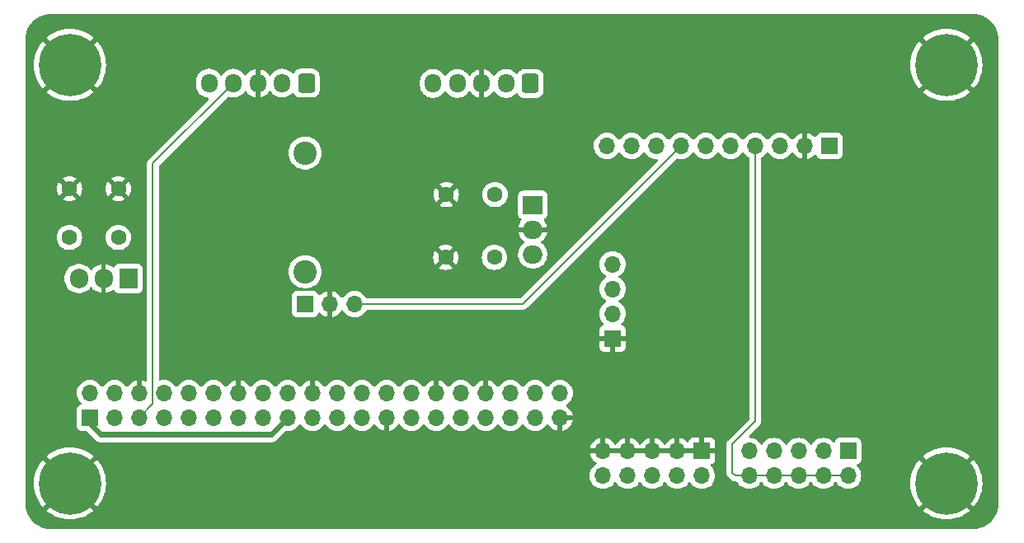
<source format=gtl>
%TF.GenerationSoftware,KiCad,Pcbnew,8.0.2-8.0.2-0~ubuntu24.04.1*%
%TF.CreationDate,2024-05-08T14:11:34+02:00*%
%TF.ProjectId,astrobox_radio_input,61737472-6f62-46f7-985f-726164696f5f,1*%
%TF.SameCoordinates,Original*%
%TF.FileFunction,Copper,L1,Top*%
%TF.FilePolarity,Positive*%
%FSLAX46Y46*%
G04 Gerber Fmt 4.6, Leading zero omitted, Abs format (unit mm)*
G04 Created by KiCad (PCBNEW 8.0.2-8.0.2-0~ubuntu24.04.1) date 2024-05-08 14:11:34*
%MOMM*%
%LPD*%
G01*
G04 APERTURE LIST*
G04 Aperture macros list*
%AMRoundRect*
0 Rectangle with rounded corners*
0 $1 Rounding radius*
0 $2 $3 $4 $5 $6 $7 $8 $9 X,Y pos of 4 corners*
0 Add a 4 corners polygon primitive as box body*
4,1,4,$2,$3,$4,$5,$6,$7,$8,$9,$2,$3,0*
0 Add four circle primitives for the rounded corners*
1,1,$1+$1,$2,$3*
1,1,$1+$1,$4,$5*
1,1,$1+$1,$6,$7*
1,1,$1+$1,$8,$9*
0 Add four rect primitives between the rounded corners*
20,1,$1+$1,$2,$3,$4,$5,0*
20,1,$1+$1,$4,$5,$6,$7,0*
20,1,$1+$1,$6,$7,$8,$9,0*
20,1,$1+$1,$8,$9,$2,$3,0*%
G04 Aperture macros list end*
%TA.AperFunction,ComponentPad*%
%ADD10R,1.700000X1.700000*%
%TD*%
%TA.AperFunction,ComponentPad*%
%ADD11O,1.700000X1.700000*%
%TD*%
%TA.AperFunction,ComponentPad*%
%ADD12C,6.400000*%
%TD*%
%TA.AperFunction,ComponentPad*%
%ADD13C,2.400000*%
%TD*%
%TA.AperFunction,ComponentPad*%
%ADD14RoundRect,0.250000X0.600000X0.725000X-0.600000X0.725000X-0.600000X-0.725000X0.600000X-0.725000X0*%
%TD*%
%TA.AperFunction,ComponentPad*%
%ADD15O,1.700000X1.950000*%
%TD*%
%TA.AperFunction,ComponentPad*%
%ADD16C,1.600000*%
%TD*%
%TA.AperFunction,ComponentPad*%
%ADD17R,1.905000X2.000000*%
%TD*%
%TA.AperFunction,ComponentPad*%
%ADD18O,1.905000X2.000000*%
%TD*%
%TA.AperFunction,ComponentPad*%
%ADD19R,2.000000X1.905000*%
%TD*%
%TA.AperFunction,ComponentPad*%
%ADD20O,2.000000X1.905000*%
%TD*%
%TA.AperFunction,Conductor*%
%ADD21C,0.200000*%
%TD*%
%TA.AperFunction,Conductor*%
%ADD22C,0.600000*%
%TD*%
G04 APERTURE END LIST*
D10*
X67056000Y-71247000D03*
D11*
X67056000Y-68707000D03*
X69596000Y-71247000D03*
X69596000Y-68707000D03*
X72136000Y-71247000D03*
X72136000Y-68707000D03*
X74676000Y-71247000D03*
X74676000Y-68707000D03*
X77216000Y-71247000D03*
X77216000Y-68707000D03*
X79756000Y-71247000D03*
X79756000Y-68707000D03*
X82296000Y-71247000D03*
X82296000Y-68707000D03*
X84836000Y-71247000D03*
X84836000Y-68707000D03*
X87376000Y-71247000D03*
X87376000Y-68707000D03*
X89916000Y-71247000D03*
X89916000Y-68707000D03*
X92456000Y-71247000D03*
X92456000Y-68707000D03*
X94996000Y-71247000D03*
X94996000Y-68707000D03*
X97536000Y-71247000D03*
X97536000Y-68707000D03*
X100076000Y-71247000D03*
X100076000Y-68707000D03*
X102616000Y-71247000D03*
X102616000Y-68707000D03*
X105156000Y-71247000D03*
X105156000Y-68707000D03*
X107696000Y-71247000D03*
X107696000Y-68707000D03*
X110236000Y-71247000D03*
X110236000Y-68707000D03*
X112776000Y-71247000D03*
X112776000Y-68707000D03*
X115316000Y-71247000D03*
X115316000Y-68707000D03*
D12*
X155000000Y-78000000D03*
X65000000Y-35000000D03*
D13*
X89154000Y-44061000D03*
X89154000Y-56261000D03*
D14*
X89288000Y-36880000D03*
D15*
X86788000Y-36880000D03*
X84288000Y-36880000D03*
X81788000Y-36880000D03*
X79288000Y-36880000D03*
D10*
X120716000Y-63107000D03*
D11*
X120716000Y-60567000D03*
X120716000Y-58027000D03*
X120716000Y-55487000D03*
D10*
X143002000Y-43307000D03*
D11*
X140462000Y-43307000D03*
X137922000Y-43307000D03*
X135382000Y-43307000D03*
X132842000Y-43307000D03*
X130302000Y-43307000D03*
X127762000Y-43307000D03*
X125222000Y-43307000D03*
X122682000Y-43307000D03*
X120142000Y-43307000D03*
D12*
X155000000Y-35000000D03*
D14*
X112291000Y-36913381D03*
D15*
X109791000Y-36913381D03*
X107291000Y-36913381D03*
X104791000Y-36913381D03*
X102291000Y-36913381D03*
D16*
X64950000Y-52725000D03*
X64950000Y-47725000D03*
X69975000Y-47725000D03*
X69975000Y-52725000D03*
D17*
X70990000Y-56955000D03*
D18*
X68450000Y-56955000D03*
X65910000Y-56955000D03*
D12*
X65000000Y-78000000D03*
D10*
X89154000Y-59563000D03*
D11*
X91694000Y-59563000D03*
X94234000Y-59563000D03*
D19*
X112530000Y-49385000D03*
D20*
X112530000Y-51925000D03*
X112530000Y-54465000D03*
D10*
X144907000Y-74676000D03*
D11*
X144907000Y-77216000D03*
X142367000Y-74676000D03*
X142367000Y-77216000D03*
X139827000Y-74676000D03*
X139827000Y-77216000D03*
X137287000Y-74676000D03*
X137287000Y-77216000D03*
X134747000Y-74676000D03*
X134747000Y-77216000D03*
D10*
X129895600Y-74676000D03*
D11*
X129895600Y-77216000D03*
X127355600Y-74676000D03*
X127355600Y-77216000D03*
X124815600Y-74676000D03*
X124815600Y-77216000D03*
X122275600Y-74676000D03*
X122275600Y-77216000D03*
X119735600Y-74676000D03*
X119735600Y-77216000D03*
D16*
X108600000Y-54775000D03*
X103600000Y-54775000D03*
X103650000Y-48325000D03*
X108650000Y-48325000D03*
D21*
X111506000Y-59563000D02*
X127762000Y-43307000D01*
X94234000Y-59563000D02*
X111506000Y-59563000D01*
D22*
X67056000Y-71247000D02*
X67056000Y-71856000D01*
X68175000Y-72975000D02*
X85648000Y-72975000D01*
X67056000Y-71856000D02*
X68175000Y-72975000D01*
X85648000Y-72975000D02*
X87376000Y-71247000D01*
D21*
X135382000Y-71628000D02*
X133045200Y-73964800D01*
X133350000Y-77216000D02*
X134747000Y-77216000D01*
X139827000Y-77216000D02*
X142367000Y-77216000D01*
X133045200Y-76911200D02*
X133350000Y-77216000D01*
X135382000Y-43307000D02*
X135382000Y-71628000D01*
X133045200Y-73964800D02*
X133045200Y-76911200D01*
X142367000Y-77216000D02*
X144907000Y-77216000D01*
X137287000Y-77216000D02*
X139827000Y-77216000D01*
X134747000Y-77216000D02*
X137287000Y-77216000D01*
X72136000Y-71247000D02*
X73526000Y-69857000D01*
X73526000Y-69857000D02*
X73526000Y-45142000D01*
X73526000Y-45142000D02*
X81788000Y-36880000D01*
%TA.AperFunction,Conductor*%
G36*
X121809675Y-74483007D02*
G01*
X121775600Y-74610174D01*
X121775600Y-74741826D01*
X121809675Y-74868993D01*
X121842588Y-74926000D01*
X120168612Y-74926000D01*
X120201525Y-74868993D01*
X120235600Y-74741826D01*
X120235600Y-74610174D01*
X120201525Y-74483007D01*
X120168612Y-74426000D01*
X121842588Y-74426000D01*
X121809675Y-74483007D01*
G37*
%TD.AperFunction*%
%TA.AperFunction,Conductor*%
G36*
X124349675Y-74483007D02*
G01*
X124315600Y-74610174D01*
X124315600Y-74741826D01*
X124349675Y-74868993D01*
X124382588Y-74926000D01*
X122708612Y-74926000D01*
X122741525Y-74868993D01*
X122775600Y-74741826D01*
X122775600Y-74610174D01*
X122741525Y-74483007D01*
X122708612Y-74426000D01*
X124382588Y-74426000D01*
X124349675Y-74483007D01*
G37*
%TD.AperFunction*%
%TA.AperFunction,Conductor*%
G36*
X126889675Y-74483007D02*
G01*
X126855600Y-74610174D01*
X126855600Y-74741826D01*
X126889675Y-74868993D01*
X126922588Y-74926000D01*
X125248612Y-74926000D01*
X125281525Y-74868993D01*
X125315600Y-74741826D01*
X125315600Y-74610174D01*
X125281525Y-74483007D01*
X125248612Y-74426000D01*
X126922588Y-74426000D01*
X126889675Y-74483007D01*
G37*
%TD.AperFunction*%
%TA.AperFunction,Conductor*%
G36*
X129429675Y-74483007D02*
G01*
X129395600Y-74610174D01*
X129395600Y-74741826D01*
X129429675Y-74868993D01*
X129462588Y-74926000D01*
X127788612Y-74926000D01*
X127821525Y-74868993D01*
X127855600Y-74741826D01*
X127855600Y-74610174D01*
X127821525Y-74483007D01*
X127788612Y-74426000D01*
X129462588Y-74426000D01*
X129429675Y-74483007D01*
G37*
%TD.AperFunction*%
%TA.AperFunction,Conductor*%
G36*
X157650805Y-29775471D02*
G01*
X157800930Y-29771459D01*
X157814023Y-29771801D01*
X158112471Y-29795433D01*
X158127275Y-29797511D01*
X158419788Y-29856760D01*
X158434240Y-29860608D01*
X158717482Y-29954685D01*
X158731360Y-29960246D01*
X159001180Y-30087771D01*
X159014306Y-30094974D01*
X159266791Y-30254094D01*
X159278940Y-30262818D01*
X159510406Y-30451213D01*
X159521424Y-30461346D01*
X159728486Y-30676259D01*
X159738205Y-30687650D01*
X159917847Y-30925947D01*
X159926123Y-30938426D01*
X160075738Y-31196650D01*
X160082449Y-31210036D01*
X160199847Y-31484410D01*
X160204895Y-31498507D01*
X160288364Y-31785028D01*
X160291673Y-31799617D01*
X160340158Y-32095084D01*
X160341589Y-32108042D01*
X160349995Y-32254442D01*
X160350199Y-32261559D01*
X160346601Y-80000343D01*
X160350615Y-80150483D01*
X160350272Y-80163582D01*
X160326647Y-80462020D01*
X160324566Y-80476849D01*
X160265327Y-80769339D01*
X160261475Y-80783808D01*
X160167405Y-81067053D01*
X160161835Y-81080954D01*
X160034323Y-81350762D01*
X160027120Y-81363888D01*
X159868006Y-81616377D01*
X159859272Y-81628541D01*
X159670883Y-81860010D01*
X159660747Y-81871031D01*
X159445842Y-82078096D01*
X159434452Y-82087816D01*
X159196136Y-82267481D01*
X159183657Y-82275756D01*
X158925443Y-82425374D01*
X158912057Y-82432085D01*
X158637684Y-82549491D01*
X158623587Y-82554540D01*
X158337061Y-82638019D01*
X158322458Y-82641332D01*
X158027049Y-82689815D01*
X158013982Y-82691253D01*
X157867583Y-82699549D01*
X157860567Y-82699748D01*
X63128656Y-82698801D01*
X63128655Y-82698801D01*
X63128646Y-82698801D01*
X63090541Y-82699819D01*
X62978516Y-82702815D01*
X62965417Y-82702472D01*
X62666979Y-82678847D01*
X62652150Y-82676766D01*
X62359660Y-82617527D01*
X62345191Y-82613675D01*
X62061946Y-82519605D01*
X62048057Y-82514040D01*
X61778231Y-82386520D01*
X61765111Y-82379320D01*
X61600771Y-82275756D01*
X61512619Y-82220204D01*
X61500458Y-82211472D01*
X61342982Y-82083305D01*
X61268988Y-82023082D01*
X61257968Y-82012947D01*
X61050903Y-81798042D01*
X61041183Y-81786652D01*
X60861518Y-81548336D01*
X60853243Y-81535857D01*
X60703617Y-81277629D01*
X60696917Y-81264264D01*
X60579506Y-80989880D01*
X60574459Y-80975787D01*
X60520011Y-80788903D01*
X60490978Y-80689256D01*
X60487667Y-80674658D01*
X60455202Y-80476849D01*
X60439183Y-80379243D01*
X60437746Y-80366182D01*
X60429450Y-80219783D01*
X60429251Y-80212766D01*
X60429295Y-77999999D01*
X61294922Y-77999999D01*
X61294922Y-78000000D01*
X61315219Y-78387287D01*
X61375886Y-78770323D01*
X61375887Y-78770330D01*
X61476262Y-79144936D01*
X61615244Y-79506994D01*
X61791310Y-79852543D01*
X62002531Y-80177793D01*
X62211095Y-80435350D01*
X62211096Y-80435350D01*
X63705748Y-78940698D01*
X63779588Y-79042330D01*
X63957670Y-79220412D01*
X64059300Y-79294251D01*
X62564648Y-80788903D01*
X62564649Y-80788904D01*
X62822206Y-80997468D01*
X63147456Y-81208689D01*
X63493005Y-81384755D01*
X63855063Y-81523737D01*
X64229669Y-81624112D01*
X64229676Y-81624113D01*
X64612712Y-81684780D01*
X64999999Y-81705078D01*
X65000001Y-81705078D01*
X65387287Y-81684780D01*
X65770323Y-81624113D01*
X65770330Y-81624112D01*
X66144936Y-81523737D01*
X66506994Y-81384755D01*
X66852543Y-81208689D01*
X67177783Y-80997476D01*
X67177785Y-80997475D01*
X67435349Y-80788902D01*
X65940698Y-79294251D01*
X66042330Y-79220412D01*
X66220412Y-79042330D01*
X66294251Y-78940698D01*
X67788902Y-80435349D01*
X67997475Y-80177785D01*
X67997476Y-80177783D01*
X68208689Y-79852543D01*
X68384755Y-79506994D01*
X68523737Y-79144936D01*
X68624112Y-78770330D01*
X68624113Y-78770323D01*
X68684780Y-78387287D01*
X68705078Y-78000000D01*
X68705078Y-77999999D01*
X68684780Y-77612712D01*
X68624113Y-77229676D01*
X68624112Y-77229669D01*
X68620449Y-77215999D01*
X118379941Y-77215999D01*
X118379941Y-77216000D01*
X118400536Y-77451403D01*
X118400538Y-77451413D01*
X118461694Y-77679655D01*
X118461696Y-77679659D01*
X118461697Y-77679663D01*
X118534685Y-77836185D01*
X118561565Y-77893830D01*
X118561567Y-77893834D01*
X118635905Y-77999999D01*
X118697105Y-78087401D01*
X118864199Y-78254495D01*
X118960984Y-78322265D01*
X119057765Y-78390032D01*
X119057767Y-78390033D01*
X119057770Y-78390035D01*
X119271937Y-78489903D01*
X119500192Y-78551063D01*
X119688518Y-78567539D01*
X119735599Y-78571659D01*
X119735600Y-78571659D01*
X119735601Y-78571659D01*
X119774834Y-78568226D01*
X119971008Y-78551063D01*
X120199263Y-78489903D01*
X120413430Y-78390035D01*
X120607001Y-78254495D01*
X120774095Y-78087401D01*
X120904025Y-77901842D01*
X120958602Y-77858217D01*
X121028100Y-77851023D01*
X121090455Y-77882546D01*
X121107175Y-77901842D01*
X121237100Y-78087395D01*
X121237105Y-78087401D01*
X121404199Y-78254495D01*
X121500984Y-78322265D01*
X121597765Y-78390032D01*
X121597767Y-78390033D01*
X121597770Y-78390035D01*
X121811937Y-78489903D01*
X122040192Y-78551063D01*
X122228518Y-78567539D01*
X122275599Y-78571659D01*
X122275600Y-78571659D01*
X122275601Y-78571659D01*
X122314834Y-78568226D01*
X122511008Y-78551063D01*
X122739263Y-78489903D01*
X122953430Y-78390035D01*
X123147001Y-78254495D01*
X123314095Y-78087401D01*
X123444025Y-77901842D01*
X123498602Y-77858217D01*
X123568100Y-77851023D01*
X123630455Y-77882546D01*
X123647175Y-77901842D01*
X123777100Y-78087395D01*
X123777105Y-78087401D01*
X123944199Y-78254495D01*
X124040984Y-78322265D01*
X124137765Y-78390032D01*
X124137767Y-78390033D01*
X124137770Y-78390035D01*
X124351937Y-78489903D01*
X124580192Y-78551063D01*
X124768518Y-78567539D01*
X124815599Y-78571659D01*
X124815600Y-78571659D01*
X124815601Y-78571659D01*
X124854834Y-78568226D01*
X125051008Y-78551063D01*
X125279263Y-78489903D01*
X125493430Y-78390035D01*
X125687001Y-78254495D01*
X125854095Y-78087401D01*
X125984025Y-77901842D01*
X126038602Y-77858217D01*
X126108100Y-77851023D01*
X126170455Y-77882546D01*
X126187175Y-77901842D01*
X126317100Y-78087395D01*
X126317105Y-78087401D01*
X126484199Y-78254495D01*
X126580984Y-78322265D01*
X126677765Y-78390032D01*
X126677767Y-78390033D01*
X126677770Y-78390035D01*
X126891937Y-78489903D01*
X127120192Y-78551063D01*
X127308518Y-78567539D01*
X127355599Y-78571659D01*
X127355600Y-78571659D01*
X127355601Y-78571659D01*
X127394834Y-78568226D01*
X127591008Y-78551063D01*
X127819263Y-78489903D01*
X128033430Y-78390035D01*
X128227001Y-78254495D01*
X128394095Y-78087401D01*
X128524025Y-77901842D01*
X128578602Y-77858217D01*
X128648100Y-77851023D01*
X128710455Y-77882546D01*
X128727175Y-77901842D01*
X128857100Y-78087395D01*
X128857105Y-78087401D01*
X129024199Y-78254495D01*
X129120984Y-78322265D01*
X129217765Y-78390032D01*
X129217767Y-78390033D01*
X129217770Y-78390035D01*
X129431937Y-78489903D01*
X129660192Y-78551063D01*
X129848518Y-78567539D01*
X129895599Y-78571659D01*
X129895600Y-78571659D01*
X129895601Y-78571659D01*
X129934834Y-78568226D01*
X130131008Y-78551063D01*
X130359263Y-78489903D01*
X130573430Y-78390035D01*
X130767001Y-78254495D01*
X130934095Y-78087401D01*
X131069635Y-77893830D01*
X131169503Y-77679663D01*
X131230663Y-77451408D01*
X131251259Y-77216000D01*
X131249255Y-77193100D01*
X131244871Y-77142985D01*
X131230663Y-76980592D01*
X131169503Y-76752337D01*
X131069635Y-76538171D01*
X131064024Y-76530158D01*
X130934096Y-76344600D01*
X130934092Y-76344596D01*
X130811779Y-76222283D01*
X130778296Y-76160963D01*
X130783280Y-76091271D01*
X130825151Y-76035337D01*
X130856129Y-76018422D01*
X130987686Y-75969354D01*
X130987693Y-75969350D01*
X131102787Y-75883190D01*
X131102790Y-75883187D01*
X131188950Y-75768093D01*
X131188954Y-75768086D01*
X131239196Y-75633379D01*
X131239198Y-75633372D01*
X131245599Y-75573844D01*
X131245600Y-75573827D01*
X131245600Y-74926000D01*
X130328612Y-74926000D01*
X130361525Y-74868993D01*
X130395600Y-74741826D01*
X130395600Y-74610174D01*
X130361525Y-74483007D01*
X130328612Y-74426000D01*
X131245600Y-74426000D01*
X131245600Y-73778172D01*
X131245599Y-73778155D01*
X131239198Y-73718627D01*
X131239196Y-73718620D01*
X131188954Y-73583913D01*
X131188950Y-73583906D01*
X131102790Y-73468812D01*
X131102787Y-73468809D01*
X130987693Y-73382649D01*
X130987686Y-73382645D01*
X130852979Y-73332403D01*
X130852972Y-73332401D01*
X130793444Y-73326000D01*
X130145600Y-73326000D01*
X130145600Y-74242988D01*
X130088593Y-74210075D01*
X129961426Y-74176000D01*
X129829774Y-74176000D01*
X129702607Y-74210075D01*
X129645600Y-74242988D01*
X129645600Y-73326000D01*
X128997755Y-73326000D01*
X128938227Y-73332401D01*
X128938220Y-73332403D01*
X128803513Y-73382645D01*
X128803506Y-73382649D01*
X128688412Y-73468809D01*
X128688409Y-73468812D01*
X128602249Y-73583906D01*
X128602246Y-73583911D01*
X128552985Y-73715987D01*
X128511113Y-73771920D01*
X128445649Y-73796337D01*
X128377376Y-73781485D01*
X128349122Y-73760334D01*
X128226682Y-73637894D01*
X128033178Y-73502399D01*
X127819092Y-73402570D01*
X127819086Y-73402567D01*
X127605600Y-73345364D01*
X127605600Y-74242988D01*
X127548593Y-74210075D01*
X127421426Y-74176000D01*
X127289774Y-74176000D01*
X127162607Y-74210075D01*
X127105600Y-74242988D01*
X127105600Y-73345364D01*
X127105599Y-73345364D01*
X126892113Y-73402567D01*
X126892107Y-73402570D01*
X126678022Y-73502399D01*
X126678020Y-73502400D01*
X126484526Y-73637886D01*
X126484520Y-73637891D01*
X126317491Y-73804920D01*
X126317490Y-73804922D01*
X126187175Y-73991031D01*
X126132598Y-74034655D01*
X126063099Y-74041848D01*
X126000745Y-74010326D01*
X125984025Y-73991031D01*
X125853709Y-73804922D01*
X125853708Y-73804920D01*
X125686682Y-73637894D01*
X125493178Y-73502399D01*
X125279092Y-73402570D01*
X125279086Y-73402567D01*
X125065600Y-73345364D01*
X125065600Y-74242988D01*
X125008593Y-74210075D01*
X124881426Y-74176000D01*
X124749774Y-74176000D01*
X124622607Y-74210075D01*
X124565600Y-74242988D01*
X124565600Y-73345364D01*
X124565599Y-73345364D01*
X124352113Y-73402567D01*
X124352107Y-73402570D01*
X124138022Y-73502399D01*
X124138020Y-73502400D01*
X123944526Y-73637886D01*
X123944520Y-73637891D01*
X123777491Y-73804920D01*
X123777490Y-73804922D01*
X123647175Y-73991031D01*
X123592598Y-74034655D01*
X123523099Y-74041848D01*
X123460745Y-74010326D01*
X123444025Y-73991031D01*
X123313709Y-73804922D01*
X123313708Y-73804920D01*
X123146682Y-73637894D01*
X122953178Y-73502399D01*
X122739092Y-73402570D01*
X122739086Y-73402567D01*
X122525600Y-73345364D01*
X122525600Y-74242988D01*
X122468593Y-74210075D01*
X122341426Y-74176000D01*
X122209774Y-74176000D01*
X122082607Y-74210075D01*
X122025600Y-74242988D01*
X122025600Y-73345364D01*
X122025599Y-73345364D01*
X121812113Y-73402567D01*
X121812107Y-73402570D01*
X121598022Y-73502399D01*
X121598020Y-73502400D01*
X121404526Y-73637886D01*
X121404520Y-73637891D01*
X121237491Y-73804920D01*
X121237490Y-73804922D01*
X121107175Y-73991031D01*
X121052598Y-74034655D01*
X120983099Y-74041848D01*
X120920745Y-74010326D01*
X120904025Y-73991031D01*
X120773709Y-73804922D01*
X120773708Y-73804920D01*
X120606682Y-73637894D01*
X120413178Y-73502399D01*
X120199092Y-73402570D01*
X120199086Y-73402567D01*
X119985600Y-73345364D01*
X119985600Y-74242988D01*
X119928593Y-74210075D01*
X119801426Y-74176000D01*
X119669774Y-74176000D01*
X119542607Y-74210075D01*
X119485600Y-74242988D01*
X119485600Y-73345364D01*
X119485599Y-73345364D01*
X119272113Y-73402567D01*
X119272107Y-73402570D01*
X119058022Y-73502399D01*
X119058020Y-73502400D01*
X118864526Y-73637886D01*
X118864520Y-73637891D01*
X118697491Y-73804920D01*
X118697486Y-73804926D01*
X118562000Y-73998420D01*
X118561999Y-73998422D01*
X118462170Y-74212507D01*
X118462167Y-74212513D01*
X118404964Y-74425999D01*
X118404964Y-74426000D01*
X119302588Y-74426000D01*
X119269675Y-74483007D01*
X119235600Y-74610174D01*
X119235600Y-74741826D01*
X119269675Y-74868993D01*
X119302588Y-74926000D01*
X118404964Y-74926000D01*
X118462167Y-75139486D01*
X118462170Y-75139492D01*
X118561999Y-75353578D01*
X118697494Y-75547082D01*
X118864517Y-75714105D01*
X119050195Y-75844119D01*
X119093819Y-75898696D01*
X119101012Y-75968195D01*
X119069490Y-76030549D01*
X119050195Y-76047269D01*
X118864194Y-76177508D01*
X118697105Y-76344597D01*
X118561565Y-76538169D01*
X118561564Y-76538171D01*
X118461698Y-76752335D01*
X118461694Y-76752344D01*
X118400538Y-76980586D01*
X118400536Y-76980596D01*
X118379941Y-77215999D01*
X68620449Y-77215999D01*
X68523737Y-76855063D01*
X68384755Y-76493005D01*
X68208689Y-76147456D01*
X67997468Y-75822206D01*
X67788904Y-75564649D01*
X67788903Y-75564648D01*
X66294251Y-77059300D01*
X66220412Y-76957670D01*
X66042330Y-76779588D01*
X65940698Y-76705748D01*
X67435350Y-75211096D01*
X67435350Y-75211095D01*
X67177793Y-75002531D01*
X66852543Y-74791310D01*
X66506994Y-74615244D01*
X66144936Y-74476262D01*
X65770330Y-74375887D01*
X65770323Y-74375886D01*
X65387287Y-74315219D01*
X65000001Y-74294922D01*
X64999999Y-74294922D01*
X64612712Y-74315219D01*
X64229676Y-74375886D01*
X64229669Y-74375887D01*
X63855063Y-74476262D01*
X63493005Y-74615244D01*
X63147456Y-74791310D01*
X62822206Y-75002531D01*
X62564648Y-75211095D01*
X62564648Y-75211096D01*
X64059301Y-76705748D01*
X63957670Y-76779588D01*
X63779588Y-76957670D01*
X63705748Y-77059300D01*
X62211096Y-75564648D01*
X62211095Y-75564648D01*
X62002531Y-75822206D01*
X61791310Y-76147456D01*
X61615244Y-76493005D01*
X61476262Y-76855063D01*
X61375887Y-77229669D01*
X61375886Y-77229676D01*
X61315219Y-77612712D01*
X61294922Y-77999999D01*
X60429295Y-77999999D01*
X60429310Y-77229669D01*
X60429479Y-68706999D01*
X65700341Y-68706999D01*
X65700341Y-68707000D01*
X65720936Y-68942403D01*
X65720938Y-68942413D01*
X65782094Y-69170655D01*
X65782096Y-69170659D01*
X65782097Y-69170663D01*
X65861801Y-69341588D01*
X65881965Y-69384830D01*
X65881967Y-69384834D01*
X65990281Y-69539521D01*
X66017504Y-69578400D01*
X66017506Y-69578402D01*
X66139430Y-69700326D01*
X66172915Y-69761649D01*
X66167931Y-69831341D01*
X66126059Y-69887274D01*
X66095083Y-69904189D01*
X65963669Y-69953203D01*
X65963664Y-69953206D01*
X65848455Y-70039452D01*
X65848452Y-70039455D01*
X65762206Y-70154664D01*
X65762202Y-70154671D01*
X65711908Y-70289517D01*
X65705501Y-70349116D01*
X65705500Y-70349135D01*
X65705500Y-72144870D01*
X65705501Y-72144876D01*
X65711908Y-72204483D01*
X65762202Y-72339328D01*
X65762206Y-72339335D01*
X65848452Y-72454544D01*
X65848455Y-72454547D01*
X65963664Y-72540793D01*
X65963671Y-72540797D01*
X66008618Y-72557561D01*
X66098517Y-72591091D01*
X66158127Y-72597500D01*
X66614059Y-72597499D01*
X66681098Y-72617183D01*
X66701740Y-72633818D01*
X67664707Y-73596786D01*
X67664711Y-73596789D01*
X67795814Y-73684390D01*
X67795827Y-73684397D01*
X67913203Y-73733015D01*
X67941503Y-73744737D01*
X68073616Y-73771016D01*
X68096153Y-73775499D01*
X68096156Y-73775500D01*
X68096158Y-73775500D01*
X85726844Y-73775500D01*
X85726845Y-73775499D01*
X85881497Y-73744737D01*
X86027179Y-73684394D01*
X86158289Y-73596789D01*
X87129521Y-72625555D01*
X87190842Y-72592072D01*
X87228002Y-72589710D01*
X87376000Y-72602659D01*
X87376001Y-72602659D01*
X87434966Y-72597500D01*
X87611408Y-72582063D01*
X87839663Y-72520903D01*
X88053830Y-72421035D01*
X88247401Y-72285495D01*
X88414495Y-72118401D01*
X88544425Y-71932842D01*
X88599002Y-71889217D01*
X88668500Y-71882023D01*
X88730855Y-71913546D01*
X88747575Y-71932842D01*
X88877281Y-72118082D01*
X88877505Y-72118401D01*
X89044599Y-72285495D01*
X89141384Y-72353265D01*
X89238165Y-72421032D01*
X89238167Y-72421033D01*
X89238170Y-72421035D01*
X89452337Y-72520903D01*
X89680592Y-72582063D01*
X89857034Y-72597500D01*
X89915999Y-72602659D01*
X89916000Y-72602659D01*
X89916001Y-72602659D01*
X89974966Y-72597500D01*
X90151408Y-72582063D01*
X90379663Y-72520903D01*
X90593830Y-72421035D01*
X90787401Y-72285495D01*
X90954495Y-72118401D01*
X91084425Y-71932842D01*
X91139002Y-71889217D01*
X91208500Y-71882023D01*
X91270855Y-71913546D01*
X91287575Y-71932842D01*
X91417281Y-72118082D01*
X91417505Y-72118401D01*
X91584599Y-72285495D01*
X91681384Y-72353265D01*
X91778165Y-72421032D01*
X91778167Y-72421033D01*
X91778170Y-72421035D01*
X91992337Y-72520903D01*
X92220592Y-72582063D01*
X92397034Y-72597500D01*
X92455999Y-72602659D01*
X92456000Y-72602659D01*
X92456001Y-72602659D01*
X92514966Y-72597500D01*
X92691408Y-72582063D01*
X92919663Y-72520903D01*
X93133830Y-72421035D01*
X93327401Y-72285495D01*
X93494495Y-72118401D01*
X93624425Y-71932842D01*
X93679002Y-71889217D01*
X93748500Y-71882023D01*
X93810855Y-71913546D01*
X93827575Y-71932842D01*
X93957281Y-72118082D01*
X93957505Y-72118401D01*
X94124599Y-72285495D01*
X94221384Y-72353265D01*
X94318165Y-72421032D01*
X94318167Y-72421033D01*
X94318170Y-72421035D01*
X94532337Y-72520903D01*
X94760592Y-72582063D01*
X94937034Y-72597500D01*
X94995999Y-72602659D01*
X94996000Y-72602659D01*
X94996001Y-72602659D01*
X95054966Y-72597500D01*
X95231408Y-72582063D01*
X95459663Y-72520903D01*
X95673830Y-72421035D01*
X95867401Y-72285495D01*
X96034495Y-72118401D01*
X96164730Y-71932405D01*
X96219307Y-71888781D01*
X96288805Y-71881587D01*
X96351160Y-71913110D01*
X96367879Y-71932405D01*
X96497890Y-72118078D01*
X96664917Y-72285105D01*
X96858421Y-72420600D01*
X97072507Y-72520429D01*
X97072516Y-72520433D01*
X97286000Y-72577634D01*
X97286000Y-71680012D01*
X97343007Y-71712925D01*
X97470174Y-71747000D01*
X97601826Y-71747000D01*
X97728993Y-71712925D01*
X97786000Y-71680012D01*
X97786000Y-72577633D01*
X97999483Y-72520433D01*
X97999492Y-72520429D01*
X98213578Y-72420600D01*
X98407082Y-72285105D01*
X98574105Y-72118082D01*
X98704119Y-71932405D01*
X98758696Y-71888781D01*
X98828195Y-71881588D01*
X98890549Y-71913110D01*
X98907269Y-71932405D01*
X99037505Y-72118401D01*
X99204599Y-72285495D01*
X99301384Y-72353265D01*
X99398165Y-72421032D01*
X99398167Y-72421033D01*
X99398170Y-72421035D01*
X99612337Y-72520903D01*
X99840592Y-72582063D01*
X100017034Y-72597500D01*
X100075999Y-72602659D01*
X100076000Y-72602659D01*
X100076001Y-72602659D01*
X100134966Y-72597500D01*
X100311408Y-72582063D01*
X100539663Y-72520903D01*
X100753830Y-72421035D01*
X100947401Y-72285495D01*
X101114495Y-72118401D01*
X101244425Y-71932842D01*
X101299002Y-71889217D01*
X101368500Y-71882023D01*
X101430855Y-71913546D01*
X101447575Y-71932842D01*
X101577281Y-72118082D01*
X101577505Y-72118401D01*
X101744599Y-72285495D01*
X101841384Y-72353265D01*
X101938165Y-72421032D01*
X101938167Y-72421033D01*
X101938170Y-72421035D01*
X102152337Y-72520903D01*
X102380592Y-72582063D01*
X102557034Y-72597500D01*
X102615999Y-72602659D01*
X102616000Y-72602659D01*
X102616001Y-72602659D01*
X102674966Y-72597500D01*
X102851408Y-72582063D01*
X103079663Y-72520903D01*
X103293830Y-72421035D01*
X103487401Y-72285495D01*
X103654495Y-72118401D01*
X103784425Y-71932842D01*
X103839002Y-71889217D01*
X103908500Y-71882023D01*
X103970855Y-71913546D01*
X103987575Y-71932842D01*
X104117281Y-72118082D01*
X104117505Y-72118401D01*
X104284599Y-72285495D01*
X104381384Y-72353265D01*
X104478165Y-72421032D01*
X104478167Y-72421033D01*
X104478170Y-72421035D01*
X104692337Y-72520903D01*
X104920592Y-72582063D01*
X105097034Y-72597500D01*
X105155999Y-72602659D01*
X105156000Y-72602659D01*
X105156001Y-72602659D01*
X105214966Y-72597500D01*
X105391408Y-72582063D01*
X105619663Y-72520903D01*
X105833830Y-72421035D01*
X106027401Y-72285495D01*
X106194495Y-72118401D01*
X106324425Y-71932842D01*
X106379002Y-71889217D01*
X106448500Y-71882023D01*
X106510855Y-71913546D01*
X106527575Y-71932842D01*
X106657281Y-72118082D01*
X106657505Y-72118401D01*
X106824599Y-72285495D01*
X106921384Y-72353265D01*
X107018165Y-72421032D01*
X107018167Y-72421033D01*
X107018170Y-72421035D01*
X107232337Y-72520903D01*
X107460592Y-72582063D01*
X107637034Y-72597500D01*
X107695999Y-72602659D01*
X107696000Y-72602659D01*
X107696001Y-72602659D01*
X107754966Y-72597500D01*
X107931408Y-72582063D01*
X108159663Y-72520903D01*
X108373830Y-72421035D01*
X108567401Y-72285495D01*
X108734495Y-72118401D01*
X108864425Y-71932842D01*
X108919002Y-71889217D01*
X108988500Y-71882023D01*
X109050855Y-71913546D01*
X109067575Y-71932842D01*
X109197281Y-72118082D01*
X109197505Y-72118401D01*
X109364599Y-72285495D01*
X109461384Y-72353265D01*
X109558165Y-72421032D01*
X109558167Y-72421033D01*
X109558170Y-72421035D01*
X109772337Y-72520903D01*
X110000592Y-72582063D01*
X110177034Y-72597500D01*
X110235999Y-72602659D01*
X110236000Y-72602659D01*
X110236001Y-72602659D01*
X110294966Y-72597500D01*
X110471408Y-72582063D01*
X110699663Y-72520903D01*
X110913830Y-72421035D01*
X111107401Y-72285495D01*
X111274495Y-72118401D01*
X111404425Y-71932842D01*
X111459002Y-71889217D01*
X111528500Y-71882023D01*
X111590855Y-71913546D01*
X111607575Y-71932842D01*
X111737281Y-72118082D01*
X111737505Y-72118401D01*
X111904599Y-72285495D01*
X112001384Y-72353265D01*
X112098165Y-72421032D01*
X112098167Y-72421033D01*
X112098170Y-72421035D01*
X112312337Y-72520903D01*
X112540592Y-72582063D01*
X112717034Y-72597500D01*
X112775999Y-72602659D01*
X112776000Y-72602659D01*
X112776001Y-72602659D01*
X112834966Y-72597500D01*
X113011408Y-72582063D01*
X113239663Y-72520903D01*
X113453830Y-72421035D01*
X113647401Y-72285495D01*
X113814495Y-72118401D01*
X113944730Y-71932405D01*
X113999307Y-71888781D01*
X114068805Y-71881587D01*
X114131160Y-71913110D01*
X114147879Y-71932405D01*
X114277890Y-72118078D01*
X114444917Y-72285105D01*
X114638421Y-72420600D01*
X114852507Y-72520429D01*
X114852516Y-72520433D01*
X115066000Y-72577634D01*
X115066000Y-71680012D01*
X115123007Y-71712925D01*
X115250174Y-71747000D01*
X115381826Y-71747000D01*
X115508993Y-71712925D01*
X115566000Y-71680012D01*
X115566000Y-72577633D01*
X115779483Y-72520433D01*
X115779492Y-72520429D01*
X115993578Y-72420600D01*
X116187082Y-72285105D01*
X116354105Y-72118082D01*
X116489600Y-71924578D01*
X116589429Y-71710492D01*
X116589432Y-71710486D01*
X116646636Y-71497000D01*
X115749012Y-71497000D01*
X115781925Y-71439993D01*
X115816000Y-71312826D01*
X115816000Y-71181174D01*
X115781925Y-71054007D01*
X115749012Y-70997000D01*
X116646636Y-70997000D01*
X116646635Y-70996999D01*
X116589432Y-70783513D01*
X116589429Y-70783507D01*
X116489600Y-70569422D01*
X116489599Y-70569420D01*
X116354113Y-70375926D01*
X116354108Y-70375920D01*
X116187078Y-70208890D01*
X116001405Y-70078879D01*
X115957780Y-70024302D01*
X115950588Y-69954804D01*
X115982110Y-69892449D01*
X116001406Y-69875730D01*
X116002279Y-69875119D01*
X116187401Y-69745495D01*
X116354495Y-69578401D01*
X116490035Y-69384830D01*
X116589903Y-69170663D01*
X116651063Y-68942408D01*
X116671659Y-68707000D01*
X116651063Y-68471592D01*
X116589903Y-68243337D01*
X116490035Y-68029171D01*
X116484731Y-68021595D01*
X116354494Y-67835597D01*
X116187402Y-67668506D01*
X116187395Y-67668501D01*
X115993834Y-67532967D01*
X115993830Y-67532965D01*
X115931161Y-67503742D01*
X115779663Y-67433097D01*
X115779659Y-67433096D01*
X115779655Y-67433094D01*
X115551413Y-67371938D01*
X115551403Y-67371936D01*
X115316001Y-67351341D01*
X115315999Y-67351341D01*
X115080596Y-67371936D01*
X115080586Y-67371938D01*
X114852344Y-67433094D01*
X114852335Y-67433098D01*
X114638171Y-67532964D01*
X114638169Y-67532965D01*
X114444597Y-67668505D01*
X114277505Y-67835597D01*
X114147575Y-68021158D01*
X114092998Y-68064783D01*
X114023500Y-68071977D01*
X113961145Y-68040454D01*
X113944425Y-68021158D01*
X113814494Y-67835597D01*
X113647402Y-67668506D01*
X113647395Y-67668501D01*
X113453834Y-67532967D01*
X113453830Y-67532965D01*
X113391161Y-67503742D01*
X113239663Y-67433097D01*
X113239659Y-67433096D01*
X113239655Y-67433094D01*
X113011413Y-67371938D01*
X113011403Y-67371936D01*
X112776001Y-67351341D01*
X112775999Y-67351341D01*
X112540596Y-67371936D01*
X112540586Y-67371938D01*
X112312344Y-67433094D01*
X112312335Y-67433098D01*
X112098171Y-67532964D01*
X112098169Y-67532965D01*
X111904597Y-67668505D01*
X111737505Y-67835597D01*
X111607575Y-68021158D01*
X111552998Y-68064783D01*
X111483500Y-68071977D01*
X111421145Y-68040454D01*
X111404425Y-68021158D01*
X111274494Y-67835597D01*
X111107402Y-67668506D01*
X111107395Y-67668501D01*
X110913834Y-67532967D01*
X110913830Y-67532965D01*
X110851161Y-67503742D01*
X110699663Y-67433097D01*
X110699659Y-67433096D01*
X110699655Y-67433094D01*
X110471413Y-67371938D01*
X110471403Y-67371936D01*
X110236001Y-67351341D01*
X110235999Y-67351341D01*
X110000596Y-67371936D01*
X110000586Y-67371938D01*
X109772344Y-67433094D01*
X109772335Y-67433098D01*
X109558171Y-67532964D01*
X109558169Y-67532965D01*
X109364597Y-67668505D01*
X109197508Y-67835594D01*
X109067269Y-68021595D01*
X109012692Y-68065219D01*
X108943193Y-68072412D01*
X108880839Y-68040890D01*
X108864119Y-68021594D01*
X108734113Y-67835926D01*
X108734108Y-67835920D01*
X108567082Y-67668894D01*
X108373578Y-67533399D01*
X108159492Y-67433570D01*
X108159486Y-67433567D01*
X107946000Y-67376364D01*
X107946000Y-68273988D01*
X107888993Y-68241075D01*
X107761826Y-68207000D01*
X107630174Y-68207000D01*
X107503007Y-68241075D01*
X107446000Y-68273988D01*
X107446000Y-67376364D01*
X107445999Y-67376364D01*
X107232513Y-67433567D01*
X107232507Y-67433570D01*
X107018422Y-67533399D01*
X107018420Y-67533400D01*
X106824926Y-67668886D01*
X106824920Y-67668891D01*
X106657891Y-67835920D01*
X106657890Y-67835922D01*
X106527880Y-68021595D01*
X106473303Y-68065219D01*
X106403804Y-68072412D01*
X106341450Y-68040890D01*
X106324730Y-68021594D01*
X106194494Y-67835597D01*
X106027402Y-67668506D01*
X106027395Y-67668501D01*
X105833834Y-67532967D01*
X105833830Y-67532965D01*
X105771161Y-67503742D01*
X105619663Y-67433097D01*
X105619659Y-67433096D01*
X105619655Y-67433094D01*
X105391413Y-67371938D01*
X105391403Y-67371936D01*
X105156001Y-67351341D01*
X105155999Y-67351341D01*
X104920596Y-67371936D01*
X104920586Y-67371938D01*
X104692344Y-67433094D01*
X104692335Y-67433098D01*
X104478171Y-67532964D01*
X104478169Y-67532965D01*
X104284597Y-67668505D01*
X104117508Y-67835594D01*
X103987269Y-68021595D01*
X103932692Y-68065219D01*
X103863193Y-68072412D01*
X103800839Y-68040890D01*
X103784119Y-68021594D01*
X103654113Y-67835926D01*
X103654108Y-67835920D01*
X103487082Y-67668894D01*
X103293578Y-67533399D01*
X103079492Y-67433570D01*
X103079486Y-67433567D01*
X102866000Y-67376364D01*
X102866000Y-68273988D01*
X102808993Y-68241075D01*
X102681826Y-68207000D01*
X102550174Y-68207000D01*
X102423007Y-68241075D01*
X102366000Y-68273988D01*
X102366000Y-67376364D01*
X102365999Y-67376364D01*
X102152513Y-67433567D01*
X102152507Y-67433570D01*
X101938422Y-67533399D01*
X101938420Y-67533400D01*
X101744926Y-67668886D01*
X101744920Y-67668891D01*
X101577891Y-67835920D01*
X101577890Y-67835922D01*
X101447880Y-68021595D01*
X101393303Y-68065219D01*
X101323804Y-68072412D01*
X101261450Y-68040890D01*
X101244730Y-68021594D01*
X101114494Y-67835597D01*
X100947402Y-67668506D01*
X100947395Y-67668501D01*
X100753834Y-67532967D01*
X100753830Y-67532965D01*
X100691161Y-67503742D01*
X100539663Y-67433097D01*
X100539659Y-67433096D01*
X100539655Y-67433094D01*
X100311413Y-67371938D01*
X100311403Y-67371936D01*
X100076001Y-67351341D01*
X100075999Y-67351341D01*
X99840596Y-67371936D01*
X99840586Y-67371938D01*
X99612344Y-67433094D01*
X99612335Y-67433098D01*
X99398171Y-67532964D01*
X99398169Y-67532965D01*
X99204597Y-67668505D01*
X99037505Y-67835597D01*
X98907575Y-68021158D01*
X98852998Y-68064783D01*
X98783500Y-68071977D01*
X98721145Y-68040454D01*
X98704425Y-68021158D01*
X98574494Y-67835597D01*
X98407402Y-67668506D01*
X98407395Y-67668501D01*
X98213834Y-67532967D01*
X98213830Y-67532965D01*
X98151161Y-67503742D01*
X97999663Y-67433097D01*
X97999659Y-67433096D01*
X97999655Y-67433094D01*
X97771413Y-67371938D01*
X97771403Y-67371936D01*
X97536001Y-67351341D01*
X97535999Y-67351341D01*
X97300596Y-67371936D01*
X97300586Y-67371938D01*
X97072344Y-67433094D01*
X97072335Y-67433098D01*
X96858171Y-67532964D01*
X96858169Y-67532965D01*
X96664597Y-67668505D01*
X96497505Y-67835597D01*
X96367575Y-68021158D01*
X96312998Y-68064783D01*
X96243500Y-68071977D01*
X96181145Y-68040454D01*
X96164425Y-68021158D01*
X96034494Y-67835597D01*
X95867402Y-67668506D01*
X95867395Y-67668501D01*
X95673834Y-67532967D01*
X95673830Y-67532965D01*
X95611161Y-67503742D01*
X95459663Y-67433097D01*
X95459659Y-67433096D01*
X95459655Y-67433094D01*
X95231413Y-67371938D01*
X95231403Y-67371936D01*
X94996001Y-67351341D01*
X94995999Y-67351341D01*
X94760596Y-67371936D01*
X94760586Y-67371938D01*
X94532344Y-67433094D01*
X94532335Y-67433098D01*
X94318171Y-67532964D01*
X94318169Y-67532965D01*
X94124597Y-67668505D01*
X93957505Y-67835597D01*
X93827575Y-68021158D01*
X93772998Y-68064783D01*
X93703500Y-68071977D01*
X93641145Y-68040454D01*
X93624425Y-68021158D01*
X93494494Y-67835597D01*
X93327402Y-67668506D01*
X93327395Y-67668501D01*
X93133834Y-67532967D01*
X93133830Y-67532965D01*
X93071161Y-67503742D01*
X92919663Y-67433097D01*
X92919659Y-67433096D01*
X92919655Y-67433094D01*
X92691413Y-67371938D01*
X92691403Y-67371936D01*
X92456001Y-67351341D01*
X92455999Y-67351341D01*
X92220596Y-67371936D01*
X92220586Y-67371938D01*
X91992344Y-67433094D01*
X91992335Y-67433098D01*
X91778171Y-67532964D01*
X91778169Y-67532965D01*
X91584597Y-67668505D01*
X91417508Y-67835594D01*
X91287269Y-68021595D01*
X91232692Y-68065219D01*
X91163193Y-68072412D01*
X91100839Y-68040890D01*
X91084119Y-68021594D01*
X90954113Y-67835926D01*
X90954108Y-67835920D01*
X90787082Y-67668894D01*
X90593578Y-67533399D01*
X90379492Y-67433570D01*
X90379486Y-67433567D01*
X90166000Y-67376364D01*
X90166000Y-68273988D01*
X90108993Y-68241075D01*
X89981826Y-68207000D01*
X89850174Y-68207000D01*
X89723007Y-68241075D01*
X89666000Y-68273988D01*
X89666000Y-67376364D01*
X89665999Y-67376364D01*
X89452513Y-67433567D01*
X89452507Y-67433570D01*
X89238422Y-67533399D01*
X89238420Y-67533400D01*
X89044926Y-67668886D01*
X89044920Y-67668891D01*
X88877891Y-67835920D01*
X88877890Y-67835922D01*
X88747880Y-68021595D01*
X88693303Y-68065219D01*
X88623804Y-68072412D01*
X88561450Y-68040890D01*
X88544730Y-68021594D01*
X88414494Y-67835597D01*
X88247402Y-67668506D01*
X88247395Y-67668501D01*
X88053834Y-67532967D01*
X88053830Y-67532965D01*
X87991161Y-67503742D01*
X87839663Y-67433097D01*
X87839659Y-67433096D01*
X87839655Y-67433094D01*
X87611413Y-67371938D01*
X87611403Y-67371936D01*
X87376001Y-67351341D01*
X87375999Y-67351341D01*
X87140596Y-67371936D01*
X87140586Y-67371938D01*
X86912344Y-67433094D01*
X86912335Y-67433098D01*
X86698171Y-67532964D01*
X86698169Y-67532965D01*
X86504597Y-67668505D01*
X86337505Y-67835597D01*
X86207575Y-68021158D01*
X86152998Y-68064783D01*
X86083500Y-68071977D01*
X86021145Y-68040454D01*
X86004425Y-68021158D01*
X85874494Y-67835597D01*
X85707402Y-67668506D01*
X85707395Y-67668501D01*
X85513834Y-67532967D01*
X85513830Y-67532965D01*
X85451161Y-67503742D01*
X85299663Y-67433097D01*
X85299659Y-67433096D01*
X85299655Y-67433094D01*
X85071413Y-67371938D01*
X85071403Y-67371936D01*
X84836001Y-67351341D01*
X84835999Y-67351341D01*
X84600596Y-67371936D01*
X84600586Y-67371938D01*
X84372344Y-67433094D01*
X84372335Y-67433098D01*
X84158171Y-67532964D01*
X84158169Y-67532965D01*
X83964597Y-67668505D01*
X83797508Y-67835594D01*
X83667269Y-68021595D01*
X83612692Y-68065219D01*
X83543193Y-68072412D01*
X83480839Y-68040890D01*
X83464119Y-68021594D01*
X83334113Y-67835926D01*
X83334108Y-67835920D01*
X83167082Y-67668894D01*
X82973578Y-67533399D01*
X82759492Y-67433570D01*
X82759486Y-67433567D01*
X82546000Y-67376364D01*
X82546000Y-68273988D01*
X82488993Y-68241075D01*
X82361826Y-68207000D01*
X82230174Y-68207000D01*
X82103007Y-68241075D01*
X82046000Y-68273988D01*
X82046000Y-67376364D01*
X82045999Y-67376364D01*
X81832513Y-67433567D01*
X81832507Y-67433570D01*
X81618422Y-67533399D01*
X81618420Y-67533400D01*
X81424926Y-67668886D01*
X81424920Y-67668891D01*
X81257891Y-67835920D01*
X81257890Y-67835922D01*
X81127880Y-68021595D01*
X81073303Y-68065219D01*
X81003804Y-68072412D01*
X80941450Y-68040890D01*
X80924730Y-68021594D01*
X80794494Y-67835597D01*
X80627402Y-67668506D01*
X80627395Y-67668501D01*
X80433834Y-67532967D01*
X80433830Y-67532965D01*
X80371161Y-67503742D01*
X80219663Y-67433097D01*
X80219659Y-67433096D01*
X80219655Y-67433094D01*
X79991413Y-67371938D01*
X79991403Y-67371936D01*
X79756001Y-67351341D01*
X79755999Y-67351341D01*
X79520596Y-67371936D01*
X79520586Y-67371938D01*
X79292344Y-67433094D01*
X79292335Y-67433098D01*
X79078171Y-67532964D01*
X79078169Y-67532965D01*
X78884597Y-67668505D01*
X78717505Y-67835597D01*
X78587575Y-68021158D01*
X78532998Y-68064783D01*
X78463500Y-68071977D01*
X78401145Y-68040454D01*
X78384425Y-68021158D01*
X78254494Y-67835597D01*
X78087402Y-67668506D01*
X78087395Y-67668501D01*
X77893834Y-67532967D01*
X77893830Y-67532965D01*
X77831161Y-67503742D01*
X77679663Y-67433097D01*
X77679659Y-67433096D01*
X77679655Y-67433094D01*
X77451413Y-67371938D01*
X77451403Y-67371936D01*
X77216001Y-67351341D01*
X77215999Y-67351341D01*
X76980596Y-67371936D01*
X76980586Y-67371938D01*
X76752344Y-67433094D01*
X76752335Y-67433098D01*
X76538171Y-67532964D01*
X76538169Y-67532965D01*
X76344597Y-67668505D01*
X76177505Y-67835597D01*
X76047575Y-68021158D01*
X75992998Y-68064783D01*
X75923500Y-68071977D01*
X75861145Y-68040454D01*
X75844425Y-68021158D01*
X75714494Y-67835597D01*
X75547402Y-67668506D01*
X75547395Y-67668501D01*
X75353834Y-67532967D01*
X75353830Y-67532965D01*
X75291161Y-67503742D01*
X75139663Y-67433097D01*
X75139659Y-67433096D01*
X75139655Y-67433094D01*
X74911413Y-67371938D01*
X74911403Y-67371936D01*
X74676001Y-67351341D01*
X74675999Y-67351341D01*
X74440596Y-67371936D01*
X74440583Y-67371939D01*
X74282592Y-67414271D01*
X74212742Y-67412608D01*
X74154880Y-67373445D01*
X74127377Y-67309216D01*
X74126500Y-67294496D01*
X74126500Y-58665135D01*
X87803500Y-58665135D01*
X87803500Y-60460870D01*
X87803501Y-60460876D01*
X87809908Y-60520483D01*
X87860202Y-60655328D01*
X87860206Y-60655335D01*
X87946452Y-60770544D01*
X87946455Y-60770547D01*
X88061664Y-60856793D01*
X88061671Y-60856797D01*
X88196517Y-60907091D01*
X88196516Y-60907091D01*
X88203444Y-60907835D01*
X88256127Y-60913500D01*
X90051872Y-60913499D01*
X90111483Y-60907091D01*
X90246331Y-60856796D01*
X90361546Y-60770546D01*
X90447796Y-60655331D01*
X90497002Y-60523401D01*
X90538872Y-60467468D01*
X90604337Y-60443050D01*
X90672610Y-60457901D01*
X90700865Y-60479053D01*
X90822917Y-60601105D01*
X91016421Y-60736600D01*
X91230507Y-60836429D01*
X91230516Y-60836433D01*
X91444000Y-60893634D01*
X91444000Y-59996012D01*
X91501007Y-60028925D01*
X91628174Y-60063000D01*
X91759826Y-60063000D01*
X91886993Y-60028925D01*
X91944000Y-59996012D01*
X91944000Y-60893633D01*
X92157483Y-60836433D01*
X92157492Y-60836429D01*
X92371578Y-60736600D01*
X92565082Y-60601105D01*
X92732105Y-60434082D01*
X92862119Y-60248405D01*
X92916696Y-60204781D01*
X92986195Y-60197588D01*
X93048549Y-60229110D01*
X93065269Y-60248405D01*
X93195505Y-60434401D01*
X93362599Y-60601495D01*
X93459384Y-60669265D01*
X93556165Y-60737032D01*
X93556167Y-60737033D01*
X93556170Y-60737035D01*
X93770337Y-60836903D01*
X93998592Y-60898063D01*
X94175034Y-60913500D01*
X94233999Y-60918659D01*
X94234000Y-60918659D01*
X94234001Y-60918659D01*
X94292966Y-60913500D01*
X94469408Y-60898063D01*
X94697663Y-60836903D01*
X94911830Y-60737035D01*
X95105401Y-60601495D01*
X95272495Y-60434401D01*
X95408035Y-60240830D01*
X95410707Y-60235097D01*
X95456878Y-60182658D01*
X95523091Y-60163500D01*
X111419331Y-60163500D01*
X111419347Y-60163501D01*
X111426943Y-60163501D01*
X111585054Y-60163501D01*
X111585057Y-60163501D01*
X111737785Y-60122577D01*
X111788864Y-60093086D01*
X111874716Y-60043520D01*
X111986520Y-59931716D01*
X111986520Y-59931714D01*
X111996724Y-59921511D01*
X111996727Y-59921506D01*
X116431234Y-55486999D01*
X119360341Y-55486999D01*
X119360341Y-55487000D01*
X119380936Y-55722403D01*
X119380938Y-55722413D01*
X119442094Y-55950655D01*
X119442096Y-55950659D01*
X119442097Y-55950663D01*
X119486490Y-56045864D01*
X119541965Y-56164830D01*
X119541967Y-56164834D01*
X119677501Y-56358395D01*
X119677506Y-56358402D01*
X119844597Y-56525493D01*
X119844603Y-56525498D01*
X120030158Y-56655425D01*
X120073783Y-56710002D01*
X120080977Y-56779500D01*
X120049454Y-56841855D01*
X120030158Y-56858575D01*
X119844597Y-56988505D01*
X119677505Y-57155597D01*
X119541965Y-57349169D01*
X119541964Y-57349171D01*
X119442098Y-57563335D01*
X119442094Y-57563344D01*
X119380938Y-57791586D01*
X119380936Y-57791596D01*
X119360341Y-58026999D01*
X119360341Y-58027000D01*
X119380936Y-58262403D01*
X119380938Y-58262413D01*
X119442094Y-58490655D01*
X119442096Y-58490659D01*
X119442097Y-58490663D01*
X119530588Y-58680431D01*
X119541965Y-58704830D01*
X119541967Y-58704834D01*
X119650281Y-58859521D01*
X119662936Y-58877595D01*
X119677501Y-58898395D01*
X119677506Y-58898402D01*
X119844597Y-59065493D01*
X119844603Y-59065498D01*
X120030158Y-59195425D01*
X120073783Y-59250002D01*
X120080977Y-59319500D01*
X120049454Y-59381855D01*
X120030158Y-59398575D01*
X119844597Y-59528505D01*
X119677505Y-59695597D01*
X119541965Y-59889169D01*
X119541964Y-59889171D01*
X119442098Y-60103335D01*
X119442094Y-60103344D01*
X119380938Y-60331586D01*
X119380936Y-60331596D01*
X119360341Y-60566999D01*
X119360341Y-60567000D01*
X119380936Y-60802403D01*
X119380938Y-60802413D01*
X119442094Y-61030655D01*
X119442096Y-61030659D01*
X119442097Y-61030663D01*
X119541965Y-61244830D01*
X119541967Y-61244834D01*
X119650281Y-61399521D01*
X119677501Y-61438396D01*
X119677506Y-61438402D01*
X119799818Y-61560714D01*
X119833303Y-61622037D01*
X119828319Y-61691729D01*
X119786447Y-61747662D01*
X119755471Y-61764577D01*
X119623912Y-61813646D01*
X119623906Y-61813649D01*
X119508812Y-61899809D01*
X119508809Y-61899812D01*
X119422649Y-62014906D01*
X119422645Y-62014913D01*
X119372403Y-62149620D01*
X119372401Y-62149627D01*
X119366000Y-62209155D01*
X119366000Y-62857000D01*
X120282988Y-62857000D01*
X120250075Y-62914007D01*
X120216000Y-63041174D01*
X120216000Y-63172826D01*
X120250075Y-63299993D01*
X120282988Y-63357000D01*
X119366000Y-63357000D01*
X119366000Y-64004844D01*
X119372401Y-64064372D01*
X119372403Y-64064379D01*
X119422645Y-64199086D01*
X119422649Y-64199093D01*
X119508809Y-64314187D01*
X119508812Y-64314190D01*
X119623906Y-64400350D01*
X119623913Y-64400354D01*
X119758620Y-64450596D01*
X119758627Y-64450598D01*
X119818155Y-64456999D01*
X119818172Y-64457000D01*
X120466000Y-64457000D01*
X120466000Y-63540012D01*
X120523007Y-63572925D01*
X120650174Y-63607000D01*
X120781826Y-63607000D01*
X120908993Y-63572925D01*
X120966000Y-63540012D01*
X120966000Y-64457000D01*
X121613828Y-64457000D01*
X121613844Y-64456999D01*
X121673372Y-64450598D01*
X121673379Y-64450596D01*
X121808086Y-64400354D01*
X121808093Y-64400350D01*
X121923187Y-64314190D01*
X121923190Y-64314187D01*
X122009350Y-64199093D01*
X122009354Y-64199086D01*
X122059596Y-64064379D01*
X122059598Y-64064372D01*
X122065999Y-64004844D01*
X122066000Y-64004827D01*
X122066000Y-63357000D01*
X121149012Y-63357000D01*
X121181925Y-63299993D01*
X121216000Y-63172826D01*
X121216000Y-63041174D01*
X121181925Y-62914007D01*
X121149012Y-62857000D01*
X122066000Y-62857000D01*
X122066000Y-62209172D01*
X122065999Y-62209155D01*
X122059598Y-62149627D01*
X122059596Y-62149620D01*
X122009354Y-62014913D01*
X122009350Y-62014906D01*
X121923190Y-61899812D01*
X121923187Y-61899809D01*
X121808093Y-61813649D01*
X121808088Y-61813646D01*
X121676528Y-61764577D01*
X121620595Y-61722705D01*
X121596178Y-61657241D01*
X121611030Y-61588968D01*
X121632175Y-61560720D01*
X121754495Y-61438401D01*
X121890035Y-61244830D01*
X121989903Y-61030663D01*
X122051063Y-60802408D01*
X122071659Y-60567000D01*
X122051063Y-60331592D01*
X121989903Y-60103337D01*
X121890035Y-59889171D01*
X121876617Y-59870007D01*
X121754494Y-59695597D01*
X121587402Y-59528506D01*
X121587396Y-59528501D01*
X121401842Y-59398575D01*
X121358217Y-59343998D01*
X121351023Y-59274500D01*
X121382546Y-59212145D01*
X121401842Y-59195425D01*
X121448291Y-59162901D01*
X121587401Y-59065495D01*
X121754495Y-58898401D01*
X121890035Y-58704830D01*
X121989903Y-58490663D01*
X122051063Y-58262408D01*
X122071659Y-58027000D01*
X122051063Y-57791592D01*
X121989903Y-57563337D01*
X121890035Y-57349171D01*
X121885539Y-57342749D01*
X121754494Y-57155597D01*
X121587402Y-56988506D01*
X121587396Y-56988501D01*
X121401842Y-56858575D01*
X121358217Y-56803998D01*
X121351023Y-56734500D01*
X121382546Y-56672145D01*
X121401842Y-56655425D01*
X121456301Y-56617292D01*
X121587401Y-56525495D01*
X121754495Y-56358401D01*
X121890035Y-56164830D01*
X121989903Y-55950663D01*
X122051063Y-55722408D01*
X122071659Y-55487000D01*
X122070739Y-55476490D01*
X122051063Y-55251596D01*
X122051063Y-55251592D01*
X121989903Y-55023337D01*
X121890035Y-54809171D01*
X121872544Y-54784190D01*
X121754494Y-54615597D01*
X121587402Y-54448506D01*
X121587395Y-54448501D01*
X121393834Y-54312967D01*
X121393830Y-54312965D01*
X121393828Y-54312964D01*
X121179663Y-54213097D01*
X121179659Y-54213096D01*
X121179655Y-54213094D01*
X120951413Y-54151938D01*
X120951403Y-54151936D01*
X120716001Y-54131341D01*
X120715999Y-54131341D01*
X120480596Y-54151936D01*
X120480586Y-54151938D01*
X120252344Y-54213094D01*
X120252335Y-54213098D01*
X120038171Y-54312964D01*
X120038169Y-54312965D01*
X119844597Y-54448505D01*
X119677505Y-54615597D01*
X119541965Y-54809169D01*
X119541964Y-54809171D01*
X119452234Y-55001599D01*
X119443371Y-55020606D01*
X119442098Y-55023335D01*
X119442094Y-55023344D01*
X119380938Y-55251586D01*
X119380936Y-55251596D01*
X119360341Y-55486999D01*
X116431234Y-55486999D01*
X127278470Y-44639764D01*
X127339791Y-44606281D01*
X127398242Y-44607672D01*
X127453990Y-44622609D01*
X127526592Y-44642063D01*
X127703034Y-44657500D01*
X127761999Y-44662659D01*
X127762000Y-44662659D01*
X127762001Y-44662659D01*
X127820966Y-44657500D01*
X127997408Y-44642063D01*
X128225663Y-44580903D01*
X128439830Y-44481035D01*
X128633401Y-44345495D01*
X128800495Y-44178401D01*
X128930425Y-43992842D01*
X128985002Y-43949217D01*
X129054500Y-43942023D01*
X129116855Y-43973546D01*
X129133575Y-43992842D01*
X129263500Y-44178395D01*
X129263505Y-44178401D01*
X129430599Y-44345495D01*
X129527384Y-44413265D01*
X129624165Y-44481032D01*
X129624167Y-44481033D01*
X129624170Y-44481035D01*
X129838337Y-44580903D01*
X130066592Y-44642063D01*
X130243034Y-44657500D01*
X130301999Y-44662659D01*
X130302000Y-44662659D01*
X130302001Y-44662659D01*
X130360966Y-44657500D01*
X130537408Y-44642063D01*
X130765663Y-44580903D01*
X130979830Y-44481035D01*
X131173401Y-44345495D01*
X131340495Y-44178401D01*
X131470425Y-43992842D01*
X131525002Y-43949217D01*
X131594500Y-43942023D01*
X131656855Y-43973546D01*
X131673575Y-43992842D01*
X131803500Y-44178395D01*
X131803505Y-44178401D01*
X131970599Y-44345495D01*
X132067384Y-44413265D01*
X132164165Y-44481032D01*
X132164167Y-44481033D01*
X132164170Y-44481035D01*
X132378337Y-44580903D01*
X132606592Y-44642063D01*
X132783034Y-44657500D01*
X132841999Y-44662659D01*
X132842000Y-44662659D01*
X132842001Y-44662659D01*
X132900966Y-44657500D01*
X133077408Y-44642063D01*
X133305663Y-44580903D01*
X133519830Y-44481035D01*
X133713401Y-44345495D01*
X133880495Y-44178401D01*
X134010425Y-43992842D01*
X134065002Y-43949217D01*
X134134500Y-43942023D01*
X134196855Y-43973546D01*
X134213575Y-43992842D01*
X134343500Y-44178395D01*
X134343505Y-44178401D01*
X134510599Y-44345495D01*
X134607384Y-44413265D01*
X134704165Y-44481032D01*
X134704167Y-44481033D01*
X134704170Y-44481035D01*
X134709898Y-44483706D01*
X134762339Y-44529872D01*
X134781500Y-44596090D01*
X134781500Y-71327902D01*
X134761815Y-71394941D01*
X134745181Y-71415583D01*
X132564681Y-73596082D01*
X132564679Y-73596084D01*
X132547871Y-73625198D01*
X132540766Y-73637505D01*
X132485623Y-73733015D01*
X132444699Y-73885743D01*
X132444699Y-73885745D01*
X132444699Y-74053846D01*
X132444700Y-74053859D01*
X132444700Y-76824530D01*
X132444699Y-76824548D01*
X132444699Y-76990254D01*
X132444698Y-76990254D01*
X132485623Y-77142985D01*
X132514558Y-77193100D01*
X132514559Y-77193104D01*
X132514560Y-77193104D01*
X132535674Y-77229676D01*
X132564679Y-77279914D01*
X132564681Y-77279917D01*
X132683549Y-77398785D01*
X132683555Y-77398790D01*
X132865139Y-77580374D01*
X132865149Y-77580385D01*
X132869479Y-77584715D01*
X132869480Y-77584716D01*
X132981284Y-77696520D01*
X133068095Y-77746639D01*
X133068097Y-77746641D01*
X133118213Y-77775576D01*
X133118215Y-77775577D01*
X133270942Y-77816500D01*
X133270943Y-77816500D01*
X133457909Y-77816500D01*
X133524948Y-77836185D01*
X133570292Y-77888097D01*
X133572965Y-77893830D01*
X133708505Y-78087401D01*
X133875599Y-78254495D01*
X133972384Y-78322265D01*
X134069165Y-78390032D01*
X134069167Y-78390033D01*
X134069170Y-78390035D01*
X134283337Y-78489903D01*
X134511592Y-78551063D01*
X134699918Y-78567539D01*
X134746999Y-78571659D01*
X134747000Y-78571659D01*
X134747001Y-78571659D01*
X134786234Y-78568226D01*
X134982408Y-78551063D01*
X135210663Y-78489903D01*
X135424830Y-78390035D01*
X135618401Y-78254495D01*
X135785495Y-78087401D01*
X135915425Y-77901842D01*
X135970002Y-77858217D01*
X136039500Y-77851023D01*
X136101855Y-77882546D01*
X136118575Y-77901842D01*
X136248500Y-78087395D01*
X136248505Y-78087401D01*
X136415599Y-78254495D01*
X136512384Y-78322265D01*
X136609165Y-78390032D01*
X136609167Y-78390033D01*
X136609170Y-78390035D01*
X136823337Y-78489903D01*
X137051592Y-78551063D01*
X137239918Y-78567539D01*
X137286999Y-78571659D01*
X137287000Y-78571659D01*
X137287001Y-78571659D01*
X137326234Y-78568226D01*
X137522408Y-78551063D01*
X137750663Y-78489903D01*
X137964830Y-78390035D01*
X138158401Y-78254495D01*
X138325495Y-78087401D01*
X138455425Y-77901842D01*
X138510002Y-77858217D01*
X138579500Y-77851023D01*
X138641855Y-77882546D01*
X138658575Y-77901842D01*
X138788500Y-78087395D01*
X138788505Y-78087401D01*
X138955599Y-78254495D01*
X139052384Y-78322265D01*
X139149165Y-78390032D01*
X139149167Y-78390033D01*
X139149170Y-78390035D01*
X139363337Y-78489903D01*
X139591592Y-78551063D01*
X139779918Y-78567539D01*
X139826999Y-78571659D01*
X139827000Y-78571659D01*
X139827001Y-78571659D01*
X139866234Y-78568226D01*
X140062408Y-78551063D01*
X140290663Y-78489903D01*
X140504830Y-78390035D01*
X140698401Y-78254495D01*
X140865495Y-78087401D01*
X140995425Y-77901842D01*
X141050002Y-77858217D01*
X141119500Y-77851023D01*
X141181855Y-77882546D01*
X141198575Y-77901842D01*
X141328500Y-78087395D01*
X141328505Y-78087401D01*
X141495599Y-78254495D01*
X141592384Y-78322265D01*
X141689165Y-78390032D01*
X141689167Y-78390033D01*
X141689170Y-78390035D01*
X141903337Y-78489903D01*
X142131592Y-78551063D01*
X142319918Y-78567539D01*
X142366999Y-78571659D01*
X142367000Y-78571659D01*
X142367001Y-78571659D01*
X142406234Y-78568226D01*
X142602408Y-78551063D01*
X142830663Y-78489903D01*
X143044830Y-78390035D01*
X143238401Y-78254495D01*
X143405495Y-78087401D01*
X143535425Y-77901842D01*
X143590002Y-77858217D01*
X143659500Y-77851023D01*
X143721855Y-77882546D01*
X143738575Y-77901842D01*
X143868500Y-78087395D01*
X143868505Y-78087401D01*
X144035599Y-78254495D01*
X144132384Y-78322265D01*
X144229165Y-78390032D01*
X144229167Y-78390033D01*
X144229170Y-78390035D01*
X144443337Y-78489903D01*
X144671592Y-78551063D01*
X144859918Y-78567539D01*
X144906999Y-78571659D01*
X144907000Y-78571659D01*
X144907001Y-78571659D01*
X144946234Y-78568226D01*
X145142408Y-78551063D01*
X145370663Y-78489903D01*
X145584830Y-78390035D01*
X145778401Y-78254495D01*
X145945495Y-78087401D01*
X146006695Y-77999999D01*
X151294922Y-77999999D01*
X151294922Y-78000000D01*
X151315219Y-78387287D01*
X151375886Y-78770323D01*
X151375887Y-78770330D01*
X151476262Y-79144936D01*
X151615244Y-79506994D01*
X151791310Y-79852543D01*
X152002531Y-80177793D01*
X152211095Y-80435350D01*
X152211096Y-80435350D01*
X153705748Y-78940698D01*
X153779588Y-79042330D01*
X153957670Y-79220412D01*
X154059300Y-79294251D01*
X152564648Y-80788903D01*
X152564649Y-80788904D01*
X152822206Y-80997468D01*
X153147456Y-81208689D01*
X153493005Y-81384755D01*
X153855063Y-81523737D01*
X154229669Y-81624112D01*
X154229676Y-81624113D01*
X154612712Y-81684780D01*
X154999999Y-81705078D01*
X155000001Y-81705078D01*
X155387287Y-81684780D01*
X155770323Y-81624113D01*
X155770330Y-81624112D01*
X156144936Y-81523737D01*
X156506994Y-81384755D01*
X156852543Y-81208689D01*
X157177783Y-80997476D01*
X157177785Y-80997475D01*
X157435349Y-80788902D01*
X155940698Y-79294251D01*
X156042330Y-79220412D01*
X156220412Y-79042330D01*
X156294251Y-78940698D01*
X157788902Y-80435349D01*
X157997475Y-80177785D01*
X157997476Y-80177783D01*
X158208689Y-79852543D01*
X158384755Y-79506994D01*
X158523737Y-79144936D01*
X158624112Y-78770330D01*
X158624113Y-78770323D01*
X158684780Y-78387287D01*
X158705078Y-78000000D01*
X158705078Y-77999999D01*
X158684780Y-77612712D01*
X158624113Y-77229676D01*
X158624112Y-77229669D01*
X158523737Y-76855063D01*
X158384755Y-76493005D01*
X158208689Y-76147456D01*
X157997468Y-75822206D01*
X157788904Y-75564649D01*
X157788903Y-75564648D01*
X156294251Y-77059300D01*
X156220412Y-76957670D01*
X156042330Y-76779588D01*
X155940698Y-76705748D01*
X157435350Y-75211096D01*
X157435350Y-75211095D01*
X157177793Y-75002531D01*
X156852543Y-74791310D01*
X156506994Y-74615244D01*
X156144936Y-74476262D01*
X155770330Y-74375887D01*
X155770323Y-74375886D01*
X155387287Y-74315219D01*
X155000001Y-74294922D01*
X154999999Y-74294922D01*
X154612712Y-74315219D01*
X154229676Y-74375886D01*
X154229669Y-74375887D01*
X153855063Y-74476262D01*
X153493005Y-74615244D01*
X153147456Y-74791310D01*
X152822206Y-75002531D01*
X152564648Y-75211095D01*
X152564648Y-75211096D01*
X154059301Y-76705748D01*
X153957670Y-76779588D01*
X153779588Y-76957670D01*
X153705748Y-77059300D01*
X152211096Y-75564648D01*
X152211095Y-75564648D01*
X152002531Y-75822206D01*
X151791310Y-76147456D01*
X151615244Y-76493005D01*
X151476262Y-76855063D01*
X151375887Y-77229669D01*
X151375886Y-77229676D01*
X151315219Y-77612712D01*
X151294922Y-77999999D01*
X146006695Y-77999999D01*
X146081035Y-77893830D01*
X146180903Y-77679663D01*
X146242063Y-77451408D01*
X146262659Y-77216000D01*
X146260655Y-77193100D01*
X146256271Y-77142985D01*
X146242063Y-76980592D01*
X146180903Y-76752337D01*
X146081035Y-76538171D01*
X146075424Y-76530158D01*
X145945496Y-76344600D01*
X145945492Y-76344596D01*
X145823567Y-76222671D01*
X145790084Y-76161351D01*
X145795068Y-76091659D01*
X145836939Y-76035725D01*
X145867915Y-76018810D01*
X145999331Y-75969796D01*
X146114546Y-75883546D01*
X146200796Y-75768331D01*
X146251091Y-75633483D01*
X146257500Y-75573873D01*
X146257499Y-73778128D01*
X146251091Y-73718517D01*
X146250147Y-73715987D01*
X146200797Y-73583671D01*
X146200793Y-73583664D01*
X146114547Y-73468455D01*
X146114544Y-73468452D01*
X145999335Y-73382206D01*
X145999328Y-73382202D01*
X145864482Y-73331908D01*
X145864483Y-73331908D01*
X145804883Y-73325501D01*
X145804881Y-73325500D01*
X145804873Y-73325500D01*
X145804864Y-73325500D01*
X144009129Y-73325500D01*
X144009123Y-73325501D01*
X143949516Y-73331908D01*
X143814671Y-73382202D01*
X143814664Y-73382206D01*
X143699455Y-73468452D01*
X143699452Y-73468455D01*
X143613206Y-73583664D01*
X143613203Y-73583669D01*
X143564189Y-73715083D01*
X143522317Y-73771016D01*
X143456853Y-73795433D01*
X143388580Y-73780581D01*
X143360326Y-73759430D01*
X143238402Y-73637506D01*
X143238399Y-73637504D01*
X143161518Y-73583671D01*
X143044834Y-73501967D01*
X143044830Y-73501965D01*
X143044828Y-73501964D01*
X142830663Y-73402097D01*
X142830659Y-73402096D01*
X142830655Y-73402094D01*
X142602413Y-73340938D01*
X142602403Y-73340936D01*
X142367001Y-73320341D01*
X142366999Y-73320341D01*
X142131596Y-73340936D01*
X142131586Y-73340938D01*
X141903344Y-73402094D01*
X141903335Y-73402098D01*
X141689171Y-73501964D01*
X141689169Y-73501965D01*
X141495597Y-73637505D01*
X141328505Y-73804597D01*
X141198575Y-73990158D01*
X141143998Y-74033783D01*
X141074500Y-74040977D01*
X141012145Y-74009454D01*
X140995425Y-73990158D01*
X140865494Y-73804597D01*
X140698402Y-73637506D01*
X140698399Y-73637504D01*
X140621518Y-73583671D01*
X140504834Y-73501967D01*
X140504830Y-73501965D01*
X140504828Y-73501964D01*
X140290663Y-73402097D01*
X140290659Y-73402096D01*
X140290655Y-73402094D01*
X140062413Y-73340938D01*
X140062403Y-73340936D01*
X139827001Y-73320341D01*
X139826999Y-73320341D01*
X139591596Y-73340936D01*
X139591586Y-73340938D01*
X139363344Y-73402094D01*
X139363335Y-73402098D01*
X139149171Y-73501964D01*
X139149169Y-73501965D01*
X138955597Y-73637505D01*
X138788505Y-73804597D01*
X138658575Y-73990158D01*
X138603998Y-74033783D01*
X138534500Y-74040977D01*
X138472145Y-74009454D01*
X138455425Y-73990158D01*
X138325494Y-73804597D01*
X138158402Y-73637506D01*
X138158399Y-73637504D01*
X138081518Y-73583671D01*
X137964834Y-73501967D01*
X137964830Y-73501965D01*
X137964828Y-73501964D01*
X137750663Y-73402097D01*
X137750659Y-73402096D01*
X137750655Y-73402094D01*
X137522413Y-73340938D01*
X137522403Y-73340936D01*
X137287001Y-73320341D01*
X137286999Y-73320341D01*
X137051596Y-73340936D01*
X137051586Y-73340938D01*
X136823344Y-73402094D01*
X136823335Y-73402098D01*
X136609171Y-73501964D01*
X136609169Y-73501965D01*
X136415597Y-73637505D01*
X136248505Y-73804597D01*
X136118575Y-73990158D01*
X136063998Y-74033783D01*
X135994500Y-74040977D01*
X135932145Y-74009454D01*
X135915425Y-73990158D01*
X135785494Y-73804597D01*
X135618402Y-73637506D01*
X135618399Y-73637504D01*
X135541518Y-73583671D01*
X135424834Y-73501967D01*
X135424830Y-73501965D01*
X135424828Y-73501964D01*
X135210663Y-73402097D01*
X135210659Y-73402096D01*
X135210655Y-73402094D01*
X134982413Y-73340938D01*
X134982403Y-73340936D01*
X134820540Y-73326775D01*
X134755472Y-73301322D01*
X134714493Y-73244731D01*
X134710615Y-73174969D01*
X134743665Y-73115568D01*
X135740506Y-72118728D01*
X135740511Y-72118724D01*
X135750714Y-72108520D01*
X135750716Y-72108520D01*
X135862520Y-71996716D01*
X135927145Y-71884782D01*
X135941577Y-71859785D01*
X135982500Y-71707058D01*
X135982500Y-71548943D01*
X135982500Y-44596090D01*
X136002185Y-44529051D01*
X136054101Y-44483706D01*
X136059830Y-44481035D01*
X136253401Y-44345495D01*
X136420495Y-44178401D01*
X136550425Y-43992842D01*
X136605002Y-43949217D01*
X136674500Y-43942023D01*
X136736855Y-43973546D01*
X136753575Y-43992842D01*
X136883500Y-44178395D01*
X136883505Y-44178401D01*
X137050599Y-44345495D01*
X137147384Y-44413265D01*
X137244165Y-44481032D01*
X137244167Y-44481033D01*
X137244170Y-44481035D01*
X137458337Y-44580903D01*
X137686592Y-44642063D01*
X137863034Y-44657500D01*
X137921999Y-44662659D01*
X137922000Y-44662659D01*
X137922001Y-44662659D01*
X137980966Y-44657500D01*
X138157408Y-44642063D01*
X138385663Y-44580903D01*
X138599830Y-44481035D01*
X138793401Y-44345495D01*
X138960495Y-44178401D01*
X139090730Y-43992405D01*
X139145307Y-43948781D01*
X139214805Y-43941587D01*
X139277160Y-43973110D01*
X139293879Y-43992405D01*
X139423890Y-44178078D01*
X139590917Y-44345105D01*
X139784421Y-44480600D01*
X139998507Y-44580429D01*
X139998516Y-44580433D01*
X140212000Y-44637634D01*
X140212000Y-43740012D01*
X140269007Y-43772925D01*
X140396174Y-43807000D01*
X140527826Y-43807000D01*
X140654993Y-43772925D01*
X140712000Y-43740012D01*
X140712000Y-44637633D01*
X140925483Y-44580433D01*
X140925492Y-44580429D01*
X141139578Y-44480600D01*
X141333078Y-44345108D01*
X141455133Y-44223053D01*
X141516456Y-44189568D01*
X141586148Y-44194552D01*
X141642082Y-44236423D01*
X141658997Y-44267401D01*
X141708202Y-44399328D01*
X141708206Y-44399335D01*
X141794452Y-44514544D01*
X141794455Y-44514547D01*
X141909664Y-44600793D01*
X141909671Y-44600797D01*
X142044517Y-44651091D01*
X142044516Y-44651091D01*
X142051444Y-44651835D01*
X142104127Y-44657500D01*
X143899872Y-44657499D01*
X143959483Y-44651091D01*
X144094331Y-44600796D01*
X144209546Y-44514546D01*
X144295796Y-44399331D01*
X144346091Y-44264483D01*
X144352500Y-44204873D01*
X144352499Y-42409128D01*
X144346091Y-42349517D01*
X144345002Y-42346598D01*
X144295797Y-42214671D01*
X144295793Y-42214664D01*
X144209547Y-42099455D01*
X144209544Y-42099452D01*
X144094335Y-42013206D01*
X144094328Y-42013202D01*
X143959482Y-41962908D01*
X143959483Y-41962908D01*
X143899883Y-41956501D01*
X143899881Y-41956500D01*
X143899873Y-41956500D01*
X143899864Y-41956500D01*
X142104129Y-41956500D01*
X142104123Y-41956501D01*
X142044516Y-41962908D01*
X141909671Y-42013202D01*
X141909664Y-42013206D01*
X141794455Y-42099452D01*
X141794452Y-42099455D01*
X141708206Y-42214664D01*
X141708202Y-42214671D01*
X141658997Y-42346598D01*
X141617126Y-42402532D01*
X141551661Y-42426949D01*
X141483388Y-42412097D01*
X141455134Y-42390946D01*
X141333082Y-42268894D01*
X141139578Y-42133399D01*
X140925492Y-42033570D01*
X140925486Y-42033567D01*
X140712000Y-41976364D01*
X140712000Y-42873988D01*
X140654993Y-42841075D01*
X140527826Y-42807000D01*
X140396174Y-42807000D01*
X140269007Y-42841075D01*
X140212000Y-42873988D01*
X140212000Y-41976364D01*
X140211999Y-41976364D01*
X139998513Y-42033567D01*
X139998507Y-42033570D01*
X139784422Y-42133399D01*
X139784420Y-42133400D01*
X139590926Y-42268886D01*
X139590920Y-42268891D01*
X139423891Y-42435920D01*
X139423890Y-42435922D01*
X139293880Y-42621595D01*
X139239303Y-42665219D01*
X139169804Y-42672412D01*
X139107450Y-42640890D01*
X139090730Y-42621594D01*
X138960494Y-42435597D01*
X138793402Y-42268506D01*
X138793395Y-42268501D01*
X138599834Y-42132967D01*
X138599830Y-42132965D01*
X138599828Y-42132964D01*
X138385663Y-42033097D01*
X138385659Y-42033096D01*
X138385655Y-42033094D01*
X138157413Y-41971938D01*
X138157403Y-41971936D01*
X137922001Y-41951341D01*
X137921999Y-41951341D01*
X137686596Y-41971936D01*
X137686586Y-41971938D01*
X137458344Y-42033094D01*
X137458335Y-42033098D01*
X137244171Y-42132964D01*
X137244169Y-42132965D01*
X137050597Y-42268505D01*
X136883505Y-42435597D01*
X136753575Y-42621158D01*
X136698998Y-42664783D01*
X136629500Y-42671977D01*
X136567145Y-42640454D01*
X136550425Y-42621158D01*
X136420494Y-42435597D01*
X136253402Y-42268506D01*
X136253395Y-42268501D01*
X136059834Y-42132967D01*
X136059830Y-42132965D01*
X136059828Y-42132964D01*
X135845663Y-42033097D01*
X135845659Y-42033096D01*
X135845655Y-42033094D01*
X135617413Y-41971938D01*
X135617403Y-41971936D01*
X135382001Y-41951341D01*
X135381999Y-41951341D01*
X135146596Y-41971936D01*
X135146586Y-41971938D01*
X134918344Y-42033094D01*
X134918335Y-42033098D01*
X134704171Y-42132964D01*
X134704169Y-42132965D01*
X134510597Y-42268505D01*
X134343505Y-42435597D01*
X134213575Y-42621158D01*
X134158998Y-42664783D01*
X134089500Y-42671977D01*
X134027145Y-42640454D01*
X134010425Y-42621158D01*
X133880494Y-42435597D01*
X133713402Y-42268506D01*
X133713395Y-42268501D01*
X133519834Y-42132967D01*
X133519830Y-42132965D01*
X133519828Y-42132964D01*
X133305663Y-42033097D01*
X133305659Y-42033096D01*
X133305655Y-42033094D01*
X133077413Y-41971938D01*
X133077403Y-41971936D01*
X132842001Y-41951341D01*
X132841999Y-41951341D01*
X132606596Y-41971936D01*
X132606586Y-41971938D01*
X132378344Y-42033094D01*
X132378335Y-42033098D01*
X132164171Y-42132964D01*
X132164169Y-42132965D01*
X131970597Y-42268505D01*
X131803505Y-42435597D01*
X131673575Y-42621158D01*
X131618998Y-42664783D01*
X131549500Y-42671977D01*
X131487145Y-42640454D01*
X131470425Y-42621158D01*
X131340494Y-42435597D01*
X131173402Y-42268506D01*
X131173395Y-42268501D01*
X130979834Y-42132967D01*
X130979830Y-42132965D01*
X130979828Y-42132964D01*
X130765663Y-42033097D01*
X130765659Y-42033096D01*
X130765655Y-42033094D01*
X130537413Y-41971938D01*
X130537403Y-41971936D01*
X130302001Y-41951341D01*
X130301999Y-41951341D01*
X130066596Y-41971936D01*
X130066586Y-41971938D01*
X129838344Y-42033094D01*
X129838335Y-42033098D01*
X129624171Y-42132964D01*
X129624169Y-42132965D01*
X129430597Y-42268505D01*
X129263505Y-42435597D01*
X129133575Y-42621158D01*
X129078998Y-42664783D01*
X129009500Y-42671977D01*
X128947145Y-42640454D01*
X128930425Y-42621158D01*
X128800494Y-42435597D01*
X128633402Y-42268506D01*
X128633395Y-42268501D01*
X128439834Y-42132967D01*
X128439830Y-42132965D01*
X128439828Y-42132964D01*
X128225663Y-42033097D01*
X128225659Y-42033096D01*
X128225655Y-42033094D01*
X127997413Y-41971938D01*
X127997403Y-41971936D01*
X127762001Y-41951341D01*
X127761999Y-41951341D01*
X127526596Y-41971936D01*
X127526586Y-41971938D01*
X127298344Y-42033094D01*
X127298335Y-42033098D01*
X127084171Y-42132964D01*
X127084169Y-42132965D01*
X126890597Y-42268505D01*
X126723505Y-42435597D01*
X126593575Y-42621158D01*
X126538998Y-42664783D01*
X126469500Y-42671977D01*
X126407145Y-42640454D01*
X126390425Y-42621158D01*
X126260494Y-42435597D01*
X126093402Y-42268506D01*
X126093395Y-42268501D01*
X125899834Y-42132967D01*
X125899830Y-42132965D01*
X125899828Y-42132964D01*
X125685663Y-42033097D01*
X125685659Y-42033096D01*
X125685655Y-42033094D01*
X125457413Y-41971938D01*
X125457403Y-41971936D01*
X125222001Y-41951341D01*
X125221999Y-41951341D01*
X124986596Y-41971936D01*
X124986586Y-41971938D01*
X124758344Y-42033094D01*
X124758335Y-42033098D01*
X124544171Y-42132964D01*
X124544169Y-42132965D01*
X124350597Y-42268505D01*
X124183505Y-42435597D01*
X124053575Y-42621158D01*
X123998998Y-42664783D01*
X123929500Y-42671977D01*
X123867145Y-42640454D01*
X123850425Y-42621158D01*
X123720494Y-42435597D01*
X123553402Y-42268506D01*
X123553395Y-42268501D01*
X123359834Y-42132967D01*
X123359830Y-42132965D01*
X123359828Y-42132964D01*
X123145663Y-42033097D01*
X123145659Y-42033096D01*
X123145655Y-42033094D01*
X122917413Y-41971938D01*
X122917403Y-41971936D01*
X122682001Y-41951341D01*
X122681999Y-41951341D01*
X122446596Y-41971936D01*
X122446586Y-41971938D01*
X122218344Y-42033094D01*
X122218335Y-42033098D01*
X122004171Y-42132964D01*
X122004169Y-42132965D01*
X121810597Y-42268505D01*
X121643505Y-42435597D01*
X121513575Y-42621158D01*
X121458998Y-42664783D01*
X121389500Y-42671977D01*
X121327145Y-42640454D01*
X121310425Y-42621158D01*
X121180494Y-42435597D01*
X121013402Y-42268506D01*
X121013395Y-42268501D01*
X120819834Y-42132967D01*
X120819830Y-42132965D01*
X120819828Y-42132964D01*
X120605663Y-42033097D01*
X120605659Y-42033096D01*
X120605655Y-42033094D01*
X120377413Y-41971938D01*
X120377403Y-41971936D01*
X120142001Y-41951341D01*
X120141999Y-41951341D01*
X119906596Y-41971936D01*
X119906586Y-41971938D01*
X119678344Y-42033094D01*
X119678335Y-42033098D01*
X119464171Y-42132964D01*
X119464169Y-42132965D01*
X119270597Y-42268505D01*
X119103505Y-42435597D01*
X118967965Y-42629169D01*
X118967964Y-42629171D01*
X118868098Y-42843335D01*
X118868094Y-42843344D01*
X118806938Y-43071586D01*
X118806936Y-43071596D01*
X118786341Y-43306999D01*
X118786341Y-43307000D01*
X118806936Y-43542403D01*
X118806938Y-43542413D01*
X118868094Y-43770655D01*
X118868096Y-43770659D01*
X118868097Y-43770663D01*
X118948004Y-43942023D01*
X118967965Y-43984830D01*
X118967967Y-43984834D01*
X119076281Y-44139521D01*
X119103505Y-44178401D01*
X119270599Y-44345495D01*
X119367384Y-44413265D01*
X119464165Y-44481032D01*
X119464167Y-44481033D01*
X119464170Y-44481035D01*
X119678337Y-44580903D01*
X119906592Y-44642063D01*
X120083034Y-44657500D01*
X120141999Y-44662659D01*
X120142000Y-44662659D01*
X120142001Y-44662659D01*
X120200966Y-44657500D01*
X120377408Y-44642063D01*
X120605663Y-44580903D01*
X120819830Y-44481035D01*
X121013401Y-44345495D01*
X121180495Y-44178401D01*
X121310425Y-43992842D01*
X121365002Y-43949217D01*
X121434500Y-43942023D01*
X121496855Y-43973546D01*
X121513575Y-43992842D01*
X121643500Y-44178395D01*
X121643505Y-44178401D01*
X121810599Y-44345495D01*
X121907384Y-44413265D01*
X122004165Y-44481032D01*
X122004167Y-44481033D01*
X122004170Y-44481035D01*
X122218337Y-44580903D01*
X122446592Y-44642063D01*
X122623034Y-44657500D01*
X122681999Y-44662659D01*
X122682000Y-44662659D01*
X122682001Y-44662659D01*
X122740966Y-44657500D01*
X122917408Y-44642063D01*
X123145663Y-44580903D01*
X123359830Y-44481035D01*
X123553401Y-44345495D01*
X123720495Y-44178401D01*
X123850425Y-43992842D01*
X123905002Y-43949217D01*
X123974500Y-43942023D01*
X124036855Y-43973546D01*
X124053575Y-43992842D01*
X124183500Y-44178395D01*
X124183505Y-44178401D01*
X124350599Y-44345495D01*
X124447384Y-44413265D01*
X124544165Y-44481032D01*
X124544167Y-44481033D01*
X124544170Y-44481035D01*
X124758337Y-44580903D01*
X124986592Y-44642063D01*
X125163034Y-44657500D01*
X125221999Y-44662659D01*
X125222000Y-44662659D01*
X125249841Y-44660223D01*
X125318341Y-44673989D01*
X125368524Y-44722604D01*
X125384458Y-44790632D01*
X125361083Y-44856476D01*
X125348330Y-44871432D01*
X111293584Y-58926181D01*
X111232261Y-58959666D01*
X111205903Y-58962500D01*
X95523091Y-58962500D01*
X95456052Y-58942815D01*
X95410711Y-58890909D01*
X95408037Y-58885175D01*
X95408034Y-58885170D01*
X95402729Y-58877594D01*
X95350002Y-58802290D01*
X95272494Y-58691597D01*
X95105402Y-58524506D01*
X95105395Y-58524501D01*
X94911834Y-58388967D01*
X94911830Y-58388965D01*
X94911828Y-58388964D01*
X94697663Y-58289097D01*
X94697659Y-58289096D01*
X94697655Y-58289094D01*
X94469413Y-58227938D01*
X94469403Y-58227936D01*
X94234001Y-58207341D01*
X94233999Y-58207341D01*
X93998596Y-58227936D01*
X93998586Y-58227938D01*
X93770344Y-58289094D01*
X93770335Y-58289098D01*
X93556171Y-58388964D01*
X93556169Y-58388965D01*
X93362597Y-58524505D01*
X93195508Y-58691594D01*
X93065269Y-58877595D01*
X93010692Y-58921219D01*
X92941193Y-58928412D01*
X92878839Y-58896890D01*
X92862119Y-58877594D01*
X92732113Y-58691926D01*
X92732108Y-58691920D01*
X92565082Y-58524894D01*
X92371578Y-58389399D01*
X92157492Y-58289570D01*
X92157486Y-58289567D01*
X91944000Y-58232364D01*
X91944000Y-59129988D01*
X91886993Y-59097075D01*
X91759826Y-59063000D01*
X91628174Y-59063000D01*
X91501007Y-59097075D01*
X91444000Y-59129988D01*
X91444000Y-58232364D01*
X91443999Y-58232364D01*
X91230513Y-58289567D01*
X91230507Y-58289570D01*
X91016422Y-58389399D01*
X91016420Y-58389400D01*
X90822926Y-58524886D01*
X90700865Y-58646947D01*
X90639542Y-58680431D01*
X90569850Y-58675447D01*
X90513917Y-58633575D01*
X90497002Y-58602598D01*
X90447797Y-58470671D01*
X90447793Y-58470664D01*
X90361547Y-58355455D01*
X90361544Y-58355452D01*
X90246335Y-58269206D01*
X90246328Y-58269202D01*
X90111482Y-58218908D01*
X90111483Y-58218908D01*
X90051883Y-58212501D01*
X90051881Y-58212500D01*
X90051873Y-58212500D01*
X90051864Y-58212500D01*
X88256129Y-58212500D01*
X88256123Y-58212501D01*
X88196516Y-58218908D01*
X88061671Y-58269202D01*
X88061664Y-58269206D01*
X87946455Y-58355452D01*
X87946452Y-58355455D01*
X87860206Y-58470664D01*
X87860202Y-58470671D01*
X87809908Y-58605517D01*
X87803501Y-58665116D01*
X87803500Y-58665135D01*
X74126500Y-58665135D01*
X74126500Y-56260995D01*
X87448732Y-56260995D01*
X87448732Y-56261004D01*
X87467777Y-56515154D01*
X87517841Y-56734500D01*
X87524492Y-56763637D01*
X87617607Y-57000888D01*
X87745041Y-57221612D01*
X87903950Y-57420877D01*
X88090783Y-57594232D01*
X88301366Y-57737805D01*
X88301371Y-57737807D01*
X88301372Y-57737808D01*
X88301373Y-57737809D01*
X88355839Y-57764038D01*
X88530992Y-57848387D01*
X88530993Y-57848387D01*
X88530996Y-57848389D01*
X88774542Y-57923513D01*
X89026565Y-57961500D01*
X89281435Y-57961500D01*
X89533458Y-57923513D01*
X89777004Y-57848389D01*
X90006634Y-57737805D01*
X90217217Y-57594232D01*
X90404050Y-57420877D01*
X90562959Y-57221612D01*
X90690393Y-57000888D01*
X90783508Y-56763637D01*
X90840222Y-56515157D01*
X90851969Y-56358401D01*
X90859268Y-56261004D01*
X90859268Y-56260995D01*
X90840222Y-56006845D01*
X90839057Y-56001741D01*
X90783508Y-55758363D01*
X90690393Y-55521112D01*
X90562959Y-55300388D01*
X90404050Y-55101123D01*
X90217217Y-54927768D01*
X90006634Y-54784195D01*
X90006630Y-54784193D01*
X90006627Y-54784191D01*
X90006626Y-54784190D01*
X89987536Y-54774997D01*
X102295034Y-54774997D01*
X102295034Y-54775002D01*
X102314858Y-55001599D01*
X102314860Y-55001610D01*
X102373730Y-55221317D01*
X102373735Y-55221331D01*
X102469863Y-55427478D01*
X102520974Y-55500472D01*
X103200000Y-54821446D01*
X103200000Y-54827661D01*
X103227259Y-54929394D01*
X103279920Y-55020606D01*
X103354394Y-55095080D01*
X103445606Y-55147741D01*
X103547339Y-55175000D01*
X103553553Y-55175000D01*
X102874526Y-55854025D01*
X102947513Y-55905132D01*
X102947521Y-55905136D01*
X103153668Y-56001264D01*
X103153682Y-56001269D01*
X103373389Y-56060139D01*
X103373400Y-56060141D01*
X103599998Y-56079966D01*
X103600002Y-56079966D01*
X103826599Y-56060141D01*
X103826610Y-56060139D01*
X104046317Y-56001269D01*
X104046331Y-56001264D01*
X104252478Y-55905136D01*
X104325471Y-55854024D01*
X103646447Y-55175000D01*
X103652661Y-55175000D01*
X103754394Y-55147741D01*
X103845606Y-55095080D01*
X103920080Y-55020606D01*
X103972741Y-54929394D01*
X104000000Y-54827661D01*
X104000000Y-54821447D01*
X104679024Y-55500471D01*
X104730136Y-55427478D01*
X104826264Y-55221331D01*
X104826269Y-55221317D01*
X104885139Y-55001610D01*
X104885141Y-55001599D01*
X104904966Y-54775002D01*
X104904966Y-54774998D01*
X107294532Y-54774998D01*
X107294532Y-54775001D01*
X107314364Y-55001686D01*
X107314366Y-55001697D01*
X107373258Y-55221488D01*
X107373261Y-55221497D01*
X107469431Y-55427732D01*
X107469432Y-55427734D01*
X107599954Y-55614141D01*
X107760858Y-55775045D01*
X107760861Y-55775047D01*
X107947266Y-55905568D01*
X108153504Y-56001739D01*
X108373308Y-56060635D01*
X108535230Y-56074801D01*
X108599998Y-56080468D01*
X108600000Y-56080468D01*
X108600002Y-56080468D01*
X108656673Y-56075509D01*
X108826692Y-56060635D01*
X109046496Y-56001739D01*
X109252734Y-55905568D01*
X109439139Y-55775047D01*
X109600047Y-55614139D01*
X109730568Y-55427734D01*
X109826739Y-55221496D01*
X109885635Y-55001692D01*
X109905468Y-54775000D01*
X109885635Y-54548308D01*
X109826739Y-54328504D01*
X109730568Y-54122266D01*
X109600047Y-53935861D01*
X109600045Y-53935858D01*
X109439141Y-53774954D01*
X109252734Y-53644432D01*
X109252732Y-53644431D01*
X109046497Y-53548261D01*
X109046488Y-53548258D01*
X108826697Y-53489366D01*
X108826693Y-53489365D01*
X108826692Y-53489365D01*
X108826691Y-53489364D01*
X108826686Y-53489364D01*
X108600002Y-53469532D01*
X108599998Y-53469532D01*
X108373313Y-53489364D01*
X108373302Y-53489366D01*
X108153511Y-53548258D01*
X108153502Y-53548261D01*
X107947267Y-53644431D01*
X107947265Y-53644432D01*
X107760858Y-53774954D01*
X107599954Y-53935858D01*
X107469432Y-54122265D01*
X107469431Y-54122267D01*
X107373261Y-54328502D01*
X107373258Y-54328511D01*
X107314366Y-54548302D01*
X107314364Y-54548313D01*
X107294532Y-54774998D01*
X104904966Y-54774998D01*
X104904966Y-54774997D01*
X104885141Y-54548400D01*
X104885139Y-54548389D01*
X104826269Y-54328682D01*
X104826264Y-54328668D01*
X104730136Y-54122521D01*
X104730132Y-54122513D01*
X104679025Y-54049526D01*
X104000000Y-54728551D01*
X104000000Y-54722339D01*
X103972741Y-54620606D01*
X103920080Y-54529394D01*
X103845606Y-54454920D01*
X103754394Y-54402259D01*
X103652661Y-54375000D01*
X103646448Y-54375000D01*
X104325472Y-53695974D01*
X104252478Y-53644863D01*
X104046331Y-53548735D01*
X104046317Y-53548730D01*
X103826610Y-53489860D01*
X103826599Y-53489858D01*
X103600002Y-53470034D01*
X103599998Y-53470034D01*
X103373400Y-53489858D01*
X103373389Y-53489860D01*
X103153682Y-53548730D01*
X103153673Y-53548734D01*
X102947516Y-53644866D01*
X102947512Y-53644868D01*
X102874526Y-53695973D01*
X102874526Y-53695974D01*
X103553553Y-54375000D01*
X103547339Y-54375000D01*
X103445606Y-54402259D01*
X103354394Y-54454920D01*
X103279920Y-54529394D01*
X103227259Y-54620606D01*
X103200000Y-54722339D01*
X103200000Y-54728552D01*
X102520974Y-54049526D01*
X102520973Y-54049526D01*
X102469868Y-54122512D01*
X102469866Y-54122516D01*
X102373734Y-54328673D01*
X102373730Y-54328682D01*
X102314860Y-54548389D01*
X102314858Y-54548400D01*
X102295034Y-54774997D01*
X89987536Y-54774997D01*
X89777006Y-54673612D01*
X89777008Y-54673612D01*
X89533466Y-54598489D01*
X89533462Y-54598488D01*
X89533458Y-54598487D01*
X89406521Y-54579354D01*
X89281440Y-54560500D01*
X89281435Y-54560500D01*
X89026565Y-54560500D01*
X89026559Y-54560500D01*
X88869609Y-54584157D01*
X88774542Y-54598487D01*
X88774539Y-54598488D01*
X88774533Y-54598489D01*
X88530992Y-54673612D01*
X88301373Y-54784190D01*
X88301372Y-54784191D01*
X88090782Y-54927768D01*
X87903952Y-55101121D01*
X87903950Y-55101123D01*
X87745041Y-55300388D01*
X87617608Y-55521109D01*
X87524492Y-55758362D01*
X87524490Y-55758369D01*
X87467777Y-56006845D01*
X87448732Y-56260995D01*
X74126500Y-56260995D01*
X74126500Y-48324997D01*
X102345034Y-48324997D01*
X102345034Y-48325002D01*
X102364858Y-48551599D01*
X102364860Y-48551610D01*
X102423730Y-48771317D01*
X102423735Y-48771331D01*
X102519863Y-48977478D01*
X102570974Y-49050472D01*
X103250000Y-48371446D01*
X103250000Y-48377661D01*
X103277259Y-48479394D01*
X103329920Y-48570606D01*
X103404394Y-48645080D01*
X103495606Y-48697741D01*
X103597339Y-48725000D01*
X103603553Y-48725000D01*
X102924526Y-49404025D01*
X102997513Y-49455132D01*
X102997521Y-49455136D01*
X103203668Y-49551264D01*
X103203682Y-49551269D01*
X103423389Y-49610139D01*
X103423400Y-49610141D01*
X103649998Y-49629966D01*
X103650002Y-49629966D01*
X103876599Y-49610141D01*
X103876610Y-49610139D01*
X104096317Y-49551269D01*
X104096331Y-49551264D01*
X104302478Y-49455136D01*
X104375471Y-49404024D01*
X103696447Y-48725000D01*
X103702661Y-48725000D01*
X103804394Y-48697741D01*
X103895606Y-48645080D01*
X103970080Y-48570606D01*
X104022741Y-48479394D01*
X104050000Y-48377661D01*
X104050000Y-48371447D01*
X104729024Y-49050471D01*
X104780136Y-48977478D01*
X104876264Y-48771331D01*
X104876269Y-48771317D01*
X104935139Y-48551610D01*
X104935141Y-48551599D01*
X104954966Y-48325002D01*
X104954966Y-48324998D01*
X107344532Y-48324998D01*
X107344532Y-48325001D01*
X107364364Y-48551686D01*
X107364366Y-48551697D01*
X107423258Y-48771488D01*
X107423261Y-48771497D01*
X107519431Y-48977732D01*
X107519432Y-48977734D01*
X107649954Y-49164141D01*
X107810858Y-49325045D01*
X107810861Y-49325047D01*
X107997266Y-49455568D01*
X108203504Y-49551739D01*
X108423308Y-49610635D01*
X108585230Y-49624801D01*
X108649998Y-49630468D01*
X108650000Y-49630468D01*
X108650002Y-49630468D01*
X108706673Y-49625509D01*
X108876692Y-49610635D01*
X109096496Y-49551739D01*
X109302734Y-49455568D01*
X109489139Y-49325047D01*
X109650047Y-49164139D01*
X109780568Y-48977734D01*
X109876739Y-48771496D01*
X109935635Y-48551692D01*
X109950251Y-48384635D01*
X111029500Y-48384635D01*
X111029500Y-50385370D01*
X111029501Y-50385376D01*
X111035908Y-50444983D01*
X111086202Y-50579828D01*
X111086206Y-50579835D01*
X111172452Y-50695044D01*
X111172455Y-50695047D01*
X111287664Y-50781293D01*
X111287667Y-50781295D01*
X111287668Y-50781295D01*
X111287669Y-50781296D01*
X111316025Y-50791872D01*
X111371958Y-50833742D01*
X111396376Y-50899206D01*
X111381525Y-50967479D01*
X111373010Y-50980939D01*
X111240213Y-51163719D01*
X111136417Y-51367429D01*
X111065765Y-51584871D01*
X111051491Y-51675000D01*
X112039252Y-51675000D01*
X112017482Y-51712708D01*
X111980000Y-51852591D01*
X111980000Y-51997409D01*
X112017482Y-52137292D01*
X112039252Y-52175000D01*
X111051491Y-52175000D01*
X111065765Y-52265128D01*
X111136417Y-52482570D01*
X111240211Y-52686276D01*
X111374597Y-52871242D01*
X111536257Y-53032902D01*
X111536263Y-53032907D01*
X111620863Y-53094372D01*
X111663529Y-53149701D01*
X111669508Y-53219315D01*
X111636903Y-53281110D01*
X111620864Y-53295007D01*
X111535940Y-53356709D01*
X111535931Y-53356716D01*
X111374216Y-53518431D01*
X111374216Y-53518432D01*
X111374214Y-53518434D01*
X111341006Y-53564141D01*
X111239783Y-53703461D01*
X111135950Y-53907244D01*
X111065278Y-54124750D01*
X111065278Y-54124753D01*
X111051286Y-54213094D01*
X111029500Y-54350646D01*
X111029500Y-54579354D01*
X111032531Y-54598488D01*
X111065278Y-54805246D01*
X111065278Y-54805249D01*
X111135950Y-55022755D01*
X111172802Y-55095080D01*
X111239783Y-55226538D01*
X111374214Y-55411566D01*
X111535934Y-55573286D01*
X111720962Y-55707717D01*
X111898174Y-55798011D01*
X111924744Y-55811549D01*
X112142251Y-55882221D01*
X112142252Y-55882221D01*
X112142255Y-55882222D01*
X112368146Y-55918000D01*
X112368147Y-55918000D01*
X112691853Y-55918000D01*
X112691854Y-55918000D01*
X112917745Y-55882222D01*
X112917748Y-55882221D01*
X112917749Y-55882221D01*
X113135255Y-55811549D01*
X113135255Y-55811548D01*
X113135258Y-55811548D01*
X113339038Y-55707717D01*
X113524066Y-55573286D01*
X113685786Y-55411566D01*
X113820217Y-55226538D01*
X113924048Y-55022758D01*
X113987439Y-54827661D01*
X113994721Y-54805249D01*
X113994721Y-54805248D01*
X113994722Y-54805245D01*
X114030500Y-54579354D01*
X114030500Y-54350646D01*
X113994722Y-54124755D01*
X113994721Y-54124751D01*
X113994721Y-54124750D01*
X113924049Y-53907244D01*
X113820216Y-53703461D01*
X113685786Y-53518434D01*
X113524066Y-53356714D01*
X113439134Y-53295007D01*
X113396470Y-53239678D01*
X113390491Y-53170064D01*
X113423097Y-53108269D01*
X113439137Y-53094371D01*
X113523739Y-53032905D01*
X113685402Y-52871242D01*
X113819788Y-52686276D01*
X113923582Y-52482570D01*
X113994234Y-52265128D01*
X114008509Y-52175000D01*
X113020748Y-52175000D01*
X113042518Y-52137292D01*
X113080000Y-51997409D01*
X113080000Y-51852591D01*
X113042518Y-51712708D01*
X113020748Y-51675000D01*
X114008509Y-51675000D01*
X113994234Y-51584871D01*
X113923582Y-51367429D01*
X113819788Y-51163723D01*
X113686988Y-50980940D01*
X113663508Y-50915133D01*
X113679333Y-50847079D01*
X113729439Y-50798384D01*
X113743966Y-50791875D01*
X113772331Y-50781296D01*
X113887546Y-50695046D01*
X113973796Y-50579831D01*
X114024091Y-50444983D01*
X114030500Y-50385373D01*
X114030499Y-48384628D01*
X114024091Y-48325017D01*
X114024085Y-48325002D01*
X113973797Y-48190171D01*
X113973793Y-48190164D01*
X113887547Y-48074955D01*
X113887544Y-48074952D01*
X113772335Y-47988706D01*
X113772328Y-47988702D01*
X113637482Y-47938408D01*
X113637483Y-47938408D01*
X113577883Y-47932001D01*
X113577881Y-47932000D01*
X113577873Y-47932000D01*
X113577864Y-47932000D01*
X111482129Y-47932000D01*
X111482123Y-47932001D01*
X111422516Y-47938408D01*
X111287671Y-47988702D01*
X111287664Y-47988706D01*
X111172455Y-48074952D01*
X111172452Y-48074955D01*
X111086206Y-48190164D01*
X111086202Y-48190171D01*
X111035908Y-48325017D01*
X111030249Y-48377661D01*
X111029501Y-48384623D01*
X111029500Y-48384635D01*
X109950251Y-48384635D01*
X109955468Y-48325000D01*
X109935635Y-48098308D01*
X109889198Y-47925000D01*
X109876741Y-47878511D01*
X109876738Y-47878502D01*
X109805157Y-47724997D01*
X109780568Y-47672266D01*
X109650047Y-47485861D01*
X109650045Y-47485858D01*
X109489141Y-47324954D01*
X109302734Y-47194432D01*
X109302732Y-47194431D01*
X109096497Y-47098261D01*
X109096488Y-47098258D01*
X108876697Y-47039366D01*
X108876693Y-47039365D01*
X108876692Y-47039365D01*
X108876691Y-47039364D01*
X108876686Y-47039364D01*
X108650002Y-47019532D01*
X108649998Y-47019532D01*
X108423313Y-47039364D01*
X108423302Y-47039366D01*
X108203511Y-47098258D01*
X108203502Y-47098261D01*
X107997267Y-47194431D01*
X107997265Y-47194432D01*
X107810858Y-47324954D01*
X107649954Y-47485858D01*
X107519432Y-47672265D01*
X107519431Y-47672267D01*
X107423261Y-47878502D01*
X107423258Y-47878511D01*
X107364366Y-48098302D01*
X107364364Y-48098313D01*
X107344532Y-48324998D01*
X104954966Y-48324998D01*
X104954966Y-48324997D01*
X104935141Y-48098400D01*
X104935139Y-48098389D01*
X104876269Y-47878682D01*
X104876264Y-47878668D01*
X104780136Y-47672521D01*
X104780132Y-47672513D01*
X104729025Y-47599526D01*
X104050000Y-48278551D01*
X104050000Y-48272339D01*
X104022741Y-48170606D01*
X103970080Y-48079394D01*
X103895606Y-48004920D01*
X103804394Y-47952259D01*
X103702661Y-47925000D01*
X103696448Y-47925000D01*
X104375472Y-47245974D01*
X104302478Y-47194863D01*
X104096331Y-47098735D01*
X104096317Y-47098730D01*
X103876610Y-47039860D01*
X103876599Y-47039858D01*
X103650002Y-47020034D01*
X103649998Y-47020034D01*
X103423400Y-47039858D01*
X103423389Y-47039860D01*
X103203682Y-47098730D01*
X103203673Y-47098734D01*
X102997516Y-47194866D01*
X102997512Y-47194868D01*
X102924526Y-47245973D01*
X102924526Y-47245974D01*
X103603553Y-47925000D01*
X103597339Y-47925000D01*
X103495606Y-47952259D01*
X103404394Y-48004920D01*
X103329920Y-48079394D01*
X103277259Y-48170606D01*
X103250000Y-48272339D01*
X103250000Y-48278552D01*
X102570974Y-47599526D01*
X102570973Y-47599526D01*
X102519868Y-47672512D01*
X102519866Y-47672516D01*
X102423734Y-47878673D01*
X102423730Y-47878682D01*
X102364860Y-48098389D01*
X102364858Y-48098400D01*
X102345034Y-48324997D01*
X74126500Y-48324997D01*
X74126500Y-45442096D01*
X74146185Y-45375057D01*
X74162814Y-45354420D01*
X75456239Y-44060995D01*
X87448732Y-44060995D01*
X87448732Y-44061004D01*
X87467777Y-44315154D01*
X87513868Y-44517094D01*
X87524492Y-44563637D01*
X87617607Y-44800888D01*
X87745041Y-45021612D01*
X87903950Y-45220877D01*
X88090783Y-45394232D01*
X88301366Y-45537805D01*
X88301371Y-45537807D01*
X88301372Y-45537808D01*
X88301373Y-45537809D01*
X88423328Y-45596538D01*
X88530992Y-45648387D01*
X88530993Y-45648387D01*
X88530996Y-45648389D01*
X88774542Y-45723513D01*
X89026565Y-45761500D01*
X89281435Y-45761500D01*
X89533458Y-45723513D01*
X89777004Y-45648389D01*
X90006634Y-45537805D01*
X90217217Y-45394232D01*
X90404050Y-45220877D01*
X90562959Y-45021612D01*
X90690393Y-44800888D01*
X90783508Y-44563637D01*
X90840222Y-44315157D01*
X90859268Y-44061000D01*
X90854160Y-43992842D01*
X90840222Y-43806845D01*
X90783509Y-43558369D01*
X90783508Y-43558363D01*
X90690393Y-43321112D01*
X90562959Y-43100388D01*
X90404050Y-42901123D01*
X90217217Y-42727768D01*
X90006634Y-42584195D01*
X90006630Y-42584193D01*
X90006627Y-42584191D01*
X90006626Y-42584190D01*
X89777006Y-42473612D01*
X89777008Y-42473612D01*
X89533466Y-42398489D01*
X89533462Y-42398488D01*
X89533458Y-42398487D01*
X89412231Y-42380214D01*
X89281440Y-42360500D01*
X89281435Y-42360500D01*
X89026565Y-42360500D01*
X89026559Y-42360500D01*
X88869609Y-42384157D01*
X88774542Y-42398487D01*
X88774539Y-42398488D01*
X88774533Y-42398489D01*
X88530992Y-42473612D01*
X88301373Y-42584190D01*
X88301372Y-42584191D01*
X88090782Y-42727768D01*
X87903952Y-42901121D01*
X87903950Y-42901123D01*
X87745041Y-43100388D01*
X87617608Y-43321109D01*
X87524492Y-43558362D01*
X87524490Y-43558369D01*
X87467777Y-43806845D01*
X87448732Y-44060995D01*
X75456239Y-44060995D01*
X81209133Y-38308100D01*
X81270454Y-38274617D01*
X81335126Y-38277851D01*
X81471757Y-38322246D01*
X81681713Y-38355500D01*
X81681714Y-38355500D01*
X81894286Y-38355500D01*
X81894287Y-38355500D01*
X82104243Y-38322246D01*
X82306412Y-38256557D01*
X82495816Y-38160051D01*
X82568784Y-38107037D01*
X82667786Y-38035109D01*
X82667788Y-38035106D01*
X82667792Y-38035104D01*
X82818104Y-37884792D01*
X82937991Y-37719779D01*
X82993320Y-37677115D01*
X83062933Y-37671136D01*
X83124729Y-37703741D01*
X83138627Y-37719781D01*
X83258272Y-37884459D01*
X83258276Y-37884464D01*
X83408535Y-38034723D01*
X83408540Y-38034727D01*
X83580442Y-38159620D01*
X83769782Y-38256095D01*
X83971871Y-38321757D01*
X84038000Y-38332231D01*
X84038000Y-37284145D01*
X84104657Y-37322630D01*
X84225465Y-37355000D01*
X84350535Y-37355000D01*
X84471343Y-37322630D01*
X84538000Y-37284145D01*
X84538000Y-38332230D01*
X84604126Y-38321757D01*
X84604129Y-38321757D01*
X84806217Y-38256095D01*
X84995557Y-38159620D01*
X85167459Y-38034727D01*
X85167464Y-38034723D01*
X85317721Y-37884466D01*
X85437371Y-37719781D01*
X85492701Y-37677115D01*
X85562314Y-37671136D01*
X85624110Y-37703741D01*
X85638008Y-37719781D01*
X85757890Y-37884785D01*
X85757894Y-37884790D01*
X85908213Y-38035109D01*
X86080179Y-38160048D01*
X86080181Y-38160049D01*
X86080184Y-38160051D01*
X86269588Y-38256557D01*
X86471757Y-38322246D01*
X86681713Y-38355500D01*
X86681714Y-38355500D01*
X86894286Y-38355500D01*
X86894287Y-38355500D01*
X87104243Y-38322246D01*
X87306412Y-38256557D01*
X87495816Y-38160051D01*
X87614729Y-38073656D01*
X87667784Y-38035110D01*
X87667784Y-38035109D01*
X87667792Y-38035104D01*
X87806604Y-37896291D01*
X87867923Y-37862809D01*
X87937615Y-37867793D01*
X87993549Y-37909664D01*
X87999821Y-37918878D01*
X88003185Y-37924333D01*
X88003186Y-37924334D01*
X88095288Y-38073656D01*
X88219344Y-38197712D01*
X88368666Y-38289814D01*
X88535203Y-38344999D01*
X88637991Y-38355500D01*
X89938008Y-38355499D01*
X90040797Y-38344999D01*
X90207334Y-38289814D01*
X90356656Y-38197712D01*
X90480712Y-38073656D01*
X90572814Y-37924334D01*
X90627999Y-37757797D01*
X90638500Y-37655009D01*
X90638499Y-36682094D01*
X100940500Y-36682094D01*
X100940500Y-37144667D01*
X100968686Y-37322630D01*
X100973754Y-37354624D01*
X101028597Y-37523414D01*
X101039444Y-37556795D01*
X101135951Y-37746201D01*
X101260890Y-37918167D01*
X101411213Y-38068490D01*
X101583179Y-38193429D01*
X101583181Y-38193430D01*
X101583184Y-38193432D01*
X101772588Y-38289938D01*
X101974757Y-38355627D01*
X102184713Y-38388881D01*
X102184714Y-38388881D01*
X102397286Y-38388881D01*
X102397287Y-38388881D01*
X102607243Y-38355627D01*
X102809412Y-38289938D01*
X102998816Y-38193432D01*
X103044761Y-38160051D01*
X103170786Y-38068490D01*
X103170788Y-38068487D01*
X103170792Y-38068485D01*
X103321104Y-37918173D01*
X103440683Y-37753585D01*
X103496011Y-37710921D01*
X103565624Y-37704942D01*
X103627420Y-37737547D01*
X103641313Y-37753580D01*
X103744925Y-37896190D01*
X103760896Y-37918173D01*
X103911213Y-38068490D01*
X104083179Y-38193429D01*
X104083181Y-38193430D01*
X104083184Y-38193432D01*
X104272588Y-38289938D01*
X104474757Y-38355627D01*
X104684713Y-38388881D01*
X104684714Y-38388881D01*
X104897286Y-38388881D01*
X104897287Y-38388881D01*
X105107243Y-38355627D01*
X105309412Y-38289938D01*
X105498816Y-38193432D01*
X105544761Y-38160051D01*
X105670786Y-38068490D01*
X105670788Y-38068487D01*
X105670792Y-38068485D01*
X105821104Y-37918173D01*
X105940991Y-37753160D01*
X105996320Y-37710496D01*
X106065933Y-37704517D01*
X106127729Y-37737122D01*
X106141627Y-37753162D01*
X106261272Y-37917840D01*
X106261276Y-37917845D01*
X106411535Y-38068104D01*
X106411540Y-38068108D01*
X106583442Y-38193001D01*
X106772782Y-38289476D01*
X106974871Y-38355138D01*
X107041000Y-38365612D01*
X107041000Y-37317526D01*
X107107657Y-37356011D01*
X107228465Y-37388381D01*
X107353535Y-37388381D01*
X107474343Y-37356011D01*
X107541000Y-37317526D01*
X107541000Y-38365611D01*
X107607126Y-38355138D01*
X107607129Y-38355138D01*
X107809217Y-38289476D01*
X107998557Y-38193001D01*
X108170459Y-38068108D01*
X108170464Y-38068104D01*
X108320721Y-37917847D01*
X108440371Y-37753162D01*
X108495701Y-37710496D01*
X108565314Y-37704517D01*
X108627110Y-37737122D01*
X108641008Y-37753162D01*
X108760890Y-37918166D01*
X108760894Y-37918171D01*
X108911213Y-38068490D01*
X109083179Y-38193429D01*
X109083181Y-38193430D01*
X109083184Y-38193432D01*
X109272588Y-38289938D01*
X109474757Y-38355627D01*
X109684713Y-38388881D01*
X109684714Y-38388881D01*
X109897286Y-38388881D01*
X109897287Y-38388881D01*
X110107243Y-38355627D01*
X110309412Y-38289938D01*
X110498816Y-38193432D01*
X110617729Y-38107037D01*
X110670784Y-38068491D01*
X110670784Y-38068490D01*
X110670792Y-38068485D01*
X110809604Y-37929672D01*
X110870923Y-37896190D01*
X110940615Y-37901174D01*
X110996549Y-37943045D01*
X111002821Y-37952259D01*
X111006185Y-37957714D01*
X111006186Y-37957715D01*
X111098288Y-38107037D01*
X111222344Y-38231093D01*
X111371666Y-38323195D01*
X111538203Y-38378380D01*
X111640991Y-38388881D01*
X112941008Y-38388880D01*
X113043797Y-38378380D01*
X113210334Y-38323195D01*
X113359656Y-38231093D01*
X113483712Y-38107037D01*
X113575814Y-37957715D01*
X113630999Y-37791178D01*
X113641500Y-37688390D01*
X113641499Y-36138373D01*
X113639851Y-36122244D01*
X113630999Y-36035584D01*
X113630998Y-36035581D01*
X113575814Y-35869047D01*
X113483712Y-35719725D01*
X113359656Y-35595669D01*
X113210334Y-35503567D01*
X113043797Y-35448382D01*
X113043795Y-35448381D01*
X112941010Y-35437881D01*
X111640998Y-35437881D01*
X111640981Y-35437882D01*
X111538203Y-35448381D01*
X111538200Y-35448382D01*
X111371668Y-35503566D01*
X111371663Y-35503568D01*
X111222342Y-35595670D01*
X111098289Y-35719723D01*
X111002821Y-35874502D01*
X110950873Y-35921226D01*
X110881910Y-35932449D01*
X110817828Y-35904605D01*
X110809601Y-35897086D01*
X110670786Y-35758271D01*
X110498820Y-35633332D01*
X110309414Y-35536825D01*
X110309413Y-35536824D01*
X110309412Y-35536824D01*
X110107243Y-35471135D01*
X110107241Y-35471134D01*
X110107240Y-35471134D01*
X109945957Y-35445589D01*
X109897287Y-35437881D01*
X109684713Y-35437881D01*
X109636042Y-35445589D01*
X109474760Y-35471134D01*
X109272585Y-35536825D01*
X109083179Y-35633332D01*
X108911213Y-35758271D01*
X108760894Y-35908590D01*
X108760890Y-35908595D01*
X108641008Y-36073599D01*
X108585678Y-36116265D01*
X108516065Y-36122244D01*
X108454270Y-36089638D01*
X108440372Y-36073599D01*
X108320727Y-35908921D01*
X108320723Y-35908916D01*
X108170464Y-35758657D01*
X108170459Y-35758653D01*
X107998557Y-35633760D01*
X107809215Y-35537284D01*
X107607124Y-35471622D01*
X107541000Y-35461149D01*
X107541000Y-36509235D01*
X107474343Y-36470751D01*
X107353535Y-36438381D01*
X107228465Y-36438381D01*
X107107657Y-36470751D01*
X107041000Y-36509235D01*
X107041000Y-35461149D01*
X107040999Y-35461149D01*
X106974875Y-35471622D01*
X106772784Y-35537284D01*
X106583442Y-35633760D01*
X106411540Y-35758653D01*
X106411535Y-35758657D01*
X106261276Y-35908916D01*
X106261272Y-35908921D01*
X106141627Y-36073599D01*
X106086297Y-36116265D01*
X106016684Y-36122244D01*
X105954889Y-36089638D01*
X105940991Y-36073599D01*
X105821109Y-35908595D01*
X105821105Y-35908590D01*
X105670786Y-35758271D01*
X105498820Y-35633332D01*
X105309414Y-35536825D01*
X105309413Y-35536824D01*
X105309412Y-35536824D01*
X105107243Y-35471135D01*
X105107241Y-35471134D01*
X105107240Y-35471134D01*
X104945957Y-35445589D01*
X104897287Y-35437881D01*
X104684713Y-35437881D01*
X104636042Y-35445589D01*
X104474760Y-35471134D01*
X104272585Y-35536825D01*
X104083179Y-35633332D01*
X103911213Y-35758271D01*
X103760894Y-35908590D01*
X103760890Y-35908595D01*
X103641318Y-36073174D01*
X103585989Y-36115840D01*
X103516375Y-36121819D01*
X103454580Y-36089214D01*
X103440682Y-36073174D01*
X103321109Y-35908595D01*
X103321105Y-35908590D01*
X103170786Y-35758271D01*
X102998820Y-35633332D01*
X102809414Y-35536825D01*
X102809413Y-35536824D01*
X102809412Y-35536824D01*
X102607243Y-35471135D01*
X102607241Y-35471134D01*
X102607240Y-35471134D01*
X102445957Y-35445589D01*
X102397287Y-35437881D01*
X102184713Y-35437881D01*
X102136042Y-35445589D01*
X101974760Y-35471134D01*
X101772585Y-35536825D01*
X101583179Y-35633332D01*
X101411213Y-35758271D01*
X101260890Y-35908594D01*
X101135951Y-36080560D01*
X101039444Y-36269966D01*
X100973753Y-36472141D01*
X100940500Y-36682094D01*
X90638499Y-36682094D01*
X90638499Y-36104992D01*
X90636851Y-36088863D01*
X90627999Y-36002203D01*
X90627998Y-36002200D01*
X90572814Y-35835666D01*
X90480712Y-35686344D01*
X90356656Y-35562288D01*
X90261253Y-35503443D01*
X90207336Y-35470187D01*
X90207331Y-35470185D01*
X90180062Y-35461149D01*
X90040797Y-35415001D01*
X90040795Y-35415000D01*
X89938010Y-35404500D01*
X88637998Y-35404500D01*
X88637981Y-35404501D01*
X88535203Y-35415000D01*
X88535200Y-35415001D01*
X88368668Y-35470185D01*
X88368663Y-35470187D01*
X88219342Y-35562289D01*
X88095289Y-35686342D01*
X87999821Y-35841121D01*
X87947873Y-35887845D01*
X87878910Y-35899068D01*
X87814828Y-35871224D01*
X87806601Y-35863705D01*
X87667786Y-35724890D01*
X87495820Y-35599951D01*
X87306414Y-35503444D01*
X87306413Y-35503443D01*
X87306412Y-35503443D01*
X87104243Y-35437754D01*
X87104241Y-35437753D01*
X87104240Y-35437753D01*
X86942957Y-35412208D01*
X86894287Y-35404500D01*
X86681713Y-35404500D01*
X86633042Y-35412208D01*
X86471760Y-35437753D01*
X86269585Y-35503444D01*
X86080179Y-35599951D01*
X85908213Y-35724890D01*
X85757894Y-35875209D01*
X85757890Y-35875214D01*
X85638008Y-36040218D01*
X85582678Y-36082884D01*
X85513065Y-36088863D01*
X85451270Y-36056257D01*
X85437372Y-36040218D01*
X85317727Y-35875540D01*
X85317723Y-35875535D01*
X85167464Y-35725276D01*
X85167459Y-35725272D01*
X84995557Y-35600379D01*
X84806215Y-35503903D01*
X84604124Y-35438241D01*
X84538000Y-35427768D01*
X84538000Y-36475854D01*
X84471343Y-36437370D01*
X84350535Y-36405000D01*
X84225465Y-36405000D01*
X84104657Y-36437370D01*
X84038000Y-36475854D01*
X84038000Y-35427768D01*
X84037999Y-35427768D01*
X83971875Y-35438241D01*
X83769784Y-35503903D01*
X83580442Y-35600379D01*
X83408540Y-35725272D01*
X83408535Y-35725276D01*
X83258276Y-35875535D01*
X83258272Y-35875540D01*
X83138627Y-36040218D01*
X83083297Y-36082884D01*
X83013684Y-36088863D01*
X82951889Y-36056257D01*
X82937991Y-36040218D01*
X82818109Y-35875214D01*
X82818105Y-35875209D01*
X82667786Y-35724890D01*
X82495820Y-35599951D01*
X82306414Y-35503444D01*
X82306413Y-35503443D01*
X82306412Y-35503443D01*
X82104243Y-35437754D01*
X82104241Y-35437753D01*
X82104240Y-35437753D01*
X81942957Y-35412208D01*
X81894287Y-35404500D01*
X81681713Y-35404500D01*
X81633042Y-35412208D01*
X81471760Y-35437753D01*
X81269585Y-35503444D01*
X81080179Y-35599951D01*
X80908213Y-35724890D01*
X80757894Y-35875209D01*
X80757890Y-35875214D01*
X80638318Y-36039793D01*
X80582989Y-36082459D01*
X80513375Y-36088438D01*
X80451580Y-36055833D01*
X80437682Y-36039793D01*
X80318109Y-35875214D01*
X80318105Y-35875209D01*
X80167786Y-35724890D01*
X79995820Y-35599951D01*
X79806414Y-35503444D01*
X79806413Y-35503443D01*
X79806412Y-35503443D01*
X79604243Y-35437754D01*
X79604241Y-35437753D01*
X79604240Y-35437753D01*
X79442957Y-35412208D01*
X79394287Y-35404500D01*
X79181713Y-35404500D01*
X79133042Y-35412208D01*
X78971760Y-35437753D01*
X78769585Y-35503444D01*
X78580179Y-35599951D01*
X78408213Y-35724890D01*
X78257890Y-35875213D01*
X78132951Y-36047179D01*
X78036444Y-36236585D01*
X77970753Y-36438760D01*
X77961069Y-36499905D01*
X77937500Y-36648713D01*
X77937500Y-37111287D01*
X77970754Y-37321243D01*
X78007829Y-37435349D01*
X78036444Y-37523414D01*
X78132951Y-37712820D01*
X78257890Y-37884786D01*
X78408213Y-38035109D01*
X78580179Y-38160048D01*
X78580181Y-38160049D01*
X78580184Y-38160051D01*
X78769588Y-38256557D01*
X78971757Y-38322246D01*
X79181713Y-38355500D01*
X79181718Y-38355500D01*
X79184401Y-38355925D01*
X79247535Y-38385854D01*
X79284467Y-38445165D01*
X79283469Y-38515028D01*
X79252684Y-38566079D01*
X73157286Y-44661478D01*
X73045481Y-44773282D01*
X73045480Y-44773284D01*
X72997450Y-44856476D01*
X72995361Y-44860094D01*
X72995359Y-44860096D01*
X72966425Y-44910209D01*
X72966424Y-44910210D01*
X72966423Y-44910215D01*
X72925499Y-45062943D01*
X72925499Y-45062945D01*
X72925499Y-45231046D01*
X72925500Y-45231059D01*
X72925500Y-67390948D01*
X72905815Y-67457987D01*
X72853011Y-67503742D01*
X72783853Y-67513686D01*
X72749096Y-67503330D01*
X72599497Y-67433571D01*
X72599486Y-67433567D01*
X72386000Y-67376364D01*
X72386000Y-68273988D01*
X72328993Y-68241075D01*
X72201826Y-68207000D01*
X72070174Y-68207000D01*
X71943007Y-68241075D01*
X71886000Y-68273988D01*
X71886000Y-67376364D01*
X71885999Y-67376364D01*
X71672513Y-67433567D01*
X71672507Y-67433570D01*
X71458422Y-67533399D01*
X71458420Y-67533400D01*
X71264926Y-67668886D01*
X71264920Y-67668891D01*
X71097891Y-67835920D01*
X71097890Y-67835922D01*
X70967880Y-68021595D01*
X70913303Y-68065219D01*
X70843804Y-68072412D01*
X70781450Y-68040890D01*
X70764730Y-68021594D01*
X70634494Y-67835597D01*
X70467402Y-67668506D01*
X70467395Y-67668501D01*
X70273834Y-67532967D01*
X70273830Y-67532965D01*
X70211161Y-67503742D01*
X70059663Y-67433097D01*
X70059659Y-67433096D01*
X70059655Y-67433094D01*
X69831413Y-67371938D01*
X69831403Y-67371936D01*
X69596001Y-67351341D01*
X69595999Y-67351341D01*
X69360596Y-67371936D01*
X69360586Y-67371938D01*
X69132344Y-67433094D01*
X69132335Y-67433098D01*
X68918171Y-67532964D01*
X68918169Y-67532965D01*
X68724597Y-67668505D01*
X68557505Y-67835597D01*
X68427575Y-68021158D01*
X68372998Y-68064783D01*
X68303500Y-68071977D01*
X68241145Y-68040454D01*
X68224425Y-68021158D01*
X68094494Y-67835597D01*
X67927402Y-67668506D01*
X67927395Y-67668501D01*
X67733834Y-67532967D01*
X67733830Y-67532965D01*
X67671161Y-67503742D01*
X67519663Y-67433097D01*
X67519659Y-67433096D01*
X67519655Y-67433094D01*
X67291413Y-67371938D01*
X67291403Y-67371936D01*
X67056001Y-67351341D01*
X67055999Y-67351341D01*
X66820596Y-67371936D01*
X66820586Y-67371938D01*
X66592344Y-67433094D01*
X66592335Y-67433098D01*
X66378171Y-67532964D01*
X66378169Y-67532965D01*
X66184597Y-67668505D01*
X66017505Y-67835597D01*
X65881965Y-68029169D01*
X65881964Y-68029171D01*
X65782098Y-68243335D01*
X65782094Y-68243344D01*
X65720938Y-68471586D01*
X65720936Y-68471596D01*
X65700341Y-68706999D01*
X60429479Y-68706999D01*
X60429716Y-56793146D01*
X64457000Y-56793146D01*
X64457000Y-57116853D01*
X64492778Y-57342746D01*
X64492778Y-57342749D01*
X64563450Y-57560255D01*
X64653917Y-57737805D01*
X64667283Y-57764038D01*
X64801714Y-57949066D01*
X64963434Y-58110786D01*
X65148462Y-58245217D01*
X65235504Y-58289567D01*
X65352244Y-58349049D01*
X65569751Y-58419721D01*
X65569752Y-58419721D01*
X65569755Y-58419722D01*
X65795646Y-58455500D01*
X65795647Y-58455500D01*
X66024353Y-58455500D01*
X66024354Y-58455500D01*
X66250245Y-58419722D01*
X66250248Y-58419721D01*
X66250249Y-58419721D01*
X66467755Y-58349049D01*
X66467755Y-58349048D01*
X66467758Y-58349048D01*
X66671538Y-58245217D01*
X66856566Y-58110786D01*
X67018286Y-57949066D01*
X67079992Y-57864134D01*
X67135319Y-57821470D01*
X67204932Y-57815491D01*
X67266727Y-57848096D01*
X67280626Y-57864135D01*
X67342097Y-57948741D01*
X67342097Y-57948742D01*
X67503757Y-58110402D01*
X67688723Y-58244788D01*
X67892429Y-58348582D01*
X68109871Y-58419234D01*
X68200000Y-58433509D01*
X68200000Y-57445747D01*
X68237708Y-57467518D01*
X68377591Y-57505000D01*
X68522409Y-57505000D01*
X68662292Y-57467518D01*
X68700000Y-57445747D01*
X68700000Y-58433508D01*
X68790128Y-58419234D01*
X69007570Y-58348582D01*
X69211276Y-58244788D01*
X69394059Y-58111988D01*
X69459865Y-58088508D01*
X69527919Y-58104333D01*
X69576614Y-58154439D01*
X69583127Y-58168974D01*
X69593701Y-58197326D01*
X69593706Y-58197335D01*
X69679952Y-58312544D01*
X69679955Y-58312547D01*
X69795164Y-58398793D01*
X69795171Y-58398797D01*
X69930017Y-58449091D01*
X69930016Y-58449091D01*
X69936944Y-58449835D01*
X69989627Y-58455500D01*
X71990372Y-58455499D01*
X72049983Y-58449091D01*
X72184831Y-58398796D01*
X72300046Y-58312546D01*
X72386296Y-58197331D01*
X72436591Y-58062483D01*
X72443000Y-58002873D01*
X72442999Y-55907128D01*
X72437291Y-55854025D01*
X72436591Y-55847516D01*
X72386297Y-55712671D01*
X72386293Y-55712664D01*
X72300047Y-55597455D01*
X72300044Y-55597452D01*
X72184835Y-55511206D01*
X72184828Y-55511202D01*
X72049982Y-55460908D01*
X72049983Y-55460908D01*
X71990383Y-55454501D01*
X71990381Y-55454500D01*
X71990373Y-55454500D01*
X71990364Y-55454500D01*
X69989629Y-55454500D01*
X69989623Y-55454501D01*
X69930016Y-55460908D01*
X69795171Y-55511202D01*
X69795164Y-55511206D01*
X69679955Y-55597452D01*
X69679952Y-55597455D01*
X69593706Y-55712664D01*
X69593702Y-55712671D01*
X69583127Y-55741026D01*
X69541256Y-55796960D01*
X69475791Y-55821377D01*
X69407518Y-55806525D01*
X69394060Y-55798011D01*
X69211279Y-55665213D01*
X69007568Y-55561417D01*
X68790124Y-55490765D01*
X68700000Y-55476490D01*
X68700000Y-56464252D01*
X68662292Y-56442482D01*
X68522409Y-56405000D01*
X68377591Y-56405000D01*
X68237708Y-56442482D01*
X68200000Y-56464252D01*
X68200000Y-55476490D01*
X68199999Y-55476490D01*
X68109875Y-55490765D01*
X67892431Y-55561417D01*
X67688723Y-55665211D01*
X67503757Y-55799597D01*
X67342097Y-55961257D01*
X67280627Y-56045864D01*
X67225297Y-56088529D01*
X67155684Y-56094508D01*
X67093889Y-56061902D01*
X67079991Y-56045864D01*
X67018286Y-55960934D01*
X66856566Y-55799214D01*
X66671538Y-55664783D01*
X66467755Y-55560950D01*
X66250248Y-55490278D01*
X66064812Y-55460908D01*
X66024354Y-55454500D01*
X65795646Y-55454500D01*
X65755188Y-55460908D01*
X65569753Y-55490278D01*
X65569750Y-55490278D01*
X65352244Y-55560950D01*
X65148461Y-55664783D01*
X65082550Y-55712671D01*
X64963434Y-55799214D01*
X64963432Y-55799216D01*
X64963431Y-55799216D01*
X64801716Y-55960931D01*
X64801716Y-55960932D01*
X64801714Y-55960934D01*
X64772066Y-56001741D01*
X64667283Y-56145961D01*
X64563450Y-56349744D01*
X64492778Y-56567250D01*
X64492778Y-56567253D01*
X64457000Y-56793146D01*
X60429716Y-56793146D01*
X60429797Y-52724998D01*
X63644532Y-52724998D01*
X63644532Y-52725001D01*
X63664364Y-52951686D01*
X63664366Y-52951697D01*
X63723258Y-53171488D01*
X63723261Y-53171497D01*
X63819431Y-53377732D01*
X63819432Y-53377734D01*
X63949954Y-53564141D01*
X64110858Y-53725045D01*
X64110861Y-53725047D01*
X64297266Y-53855568D01*
X64503504Y-53951739D01*
X64723308Y-54010635D01*
X64885230Y-54024801D01*
X64949998Y-54030468D01*
X64950000Y-54030468D01*
X64950002Y-54030468D01*
X65006673Y-54025509D01*
X65176692Y-54010635D01*
X65396496Y-53951739D01*
X65602734Y-53855568D01*
X65789139Y-53725047D01*
X65950047Y-53564139D01*
X66080568Y-53377734D01*
X66176739Y-53171496D01*
X66235635Y-52951692D01*
X66255468Y-52725000D01*
X66255468Y-52724998D01*
X68669532Y-52724998D01*
X68669532Y-52725001D01*
X68689364Y-52951686D01*
X68689366Y-52951697D01*
X68748258Y-53171488D01*
X68748261Y-53171497D01*
X68844431Y-53377732D01*
X68844432Y-53377734D01*
X68974954Y-53564141D01*
X69135858Y-53725045D01*
X69135861Y-53725047D01*
X69322266Y-53855568D01*
X69528504Y-53951739D01*
X69748308Y-54010635D01*
X69910230Y-54024801D01*
X69974998Y-54030468D01*
X69975000Y-54030468D01*
X69975002Y-54030468D01*
X70031673Y-54025509D01*
X70201692Y-54010635D01*
X70421496Y-53951739D01*
X70627734Y-53855568D01*
X70814139Y-53725047D01*
X70975047Y-53564139D01*
X71105568Y-53377734D01*
X71201739Y-53171496D01*
X71260635Y-52951692D01*
X71280468Y-52725000D01*
X71260635Y-52498308D01*
X71201739Y-52278504D01*
X71105568Y-52072266D01*
X70975047Y-51885861D01*
X70975045Y-51885858D01*
X70814141Y-51724954D01*
X70627734Y-51594432D01*
X70627732Y-51594431D01*
X70421497Y-51498261D01*
X70421488Y-51498258D01*
X70201697Y-51439366D01*
X70201693Y-51439365D01*
X70201692Y-51439365D01*
X70201691Y-51439364D01*
X70201686Y-51439364D01*
X69975002Y-51419532D01*
X69974998Y-51419532D01*
X69748313Y-51439364D01*
X69748302Y-51439366D01*
X69528511Y-51498258D01*
X69528502Y-51498261D01*
X69322267Y-51594431D01*
X69322265Y-51594432D01*
X69135858Y-51724954D01*
X68974954Y-51885858D01*
X68844432Y-52072265D01*
X68844431Y-52072267D01*
X68748261Y-52278502D01*
X68748258Y-52278511D01*
X68689366Y-52498302D01*
X68689364Y-52498313D01*
X68669532Y-52724998D01*
X66255468Y-52724998D01*
X66235635Y-52498308D01*
X66176739Y-52278504D01*
X66080568Y-52072266D01*
X65950047Y-51885861D01*
X65950045Y-51885858D01*
X65789141Y-51724954D01*
X65602734Y-51594432D01*
X65602732Y-51594431D01*
X65396497Y-51498261D01*
X65396488Y-51498258D01*
X65176697Y-51439366D01*
X65176693Y-51439365D01*
X65176692Y-51439365D01*
X65176691Y-51439364D01*
X65176686Y-51439364D01*
X64950002Y-51419532D01*
X64949998Y-51419532D01*
X64723313Y-51439364D01*
X64723302Y-51439366D01*
X64503511Y-51498258D01*
X64503502Y-51498261D01*
X64297267Y-51594431D01*
X64297265Y-51594432D01*
X64110858Y-51724954D01*
X63949954Y-51885858D01*
X63819432Y-52072265D01*
X63819431Y-52072267D01*
X63723261Y-52278502D01*
X63723258Y-52278511D01*
X63664366Y-52498302D01*
X63664364Y-52498313D01*
X63644532Y-52724998D01*
X60429797Y-52724998D01*
X60429896Y-47724997D01*
X63645034Y-47724997D01*
X63645034Y-47725002D01*
X63664858Y-47951599D01*
X63664860Y-47951610D01*
X63723730Y-48171317D01*
X63723735Y-48171331D01*
X63819863Y-48377478D01*
X63870974Y-48450472D01*
X64550000Y-47771446D01*
X64550000Y-47777661D01*
X64577259Y-47879394D01*
X64629920Y-47970606D01*
X64704394Y-48045080D01*
X64795606Y-48097741D01*
X64897339Y-48125000D01*
X64903553Y-48125000D01*
X64224526Y-48804025D01*
X64297513Y-48855132D01*
X64297521Y-48855136D01*
X64503668Y-48951264D01*
X64503682Y-48951269D01*
X64723389Y-49010139D01*
X64723400Y-49010141D01*
X64949998Y-49029966D01*
X64950002Y-49029966D01*
X65176599Y-49010141D01*
X65176610Y-49010139D01*
X65396317Y-48951269D01*
X65396331Y-48951264D01*
X65602478Y-48855136D01*
X65675471Y-48804024D01*
X64996447Y-48125000D01*
X65002661Y-48125000D01*
X65104394Y-48097741D01*
X65195606Y-48045080D01*
X65270080Y-47970606D01*
X65322741Y-47879394D01*
X65350000Y-47777661D01*
X65350000Y-47771447D01*
X66029024Y-48450471D01*
X66080136Y-48377478D01*
X66176264Y-48171331D01*
X66176269Y-48171317D01*
X66235139Y-47951610D01*
X66235141Y-47951599D01*
X66254966Y-47725002D01*
X66254966Y-47724997D01*
X68670034Y-47724997D01*
X68670034Y-47725002D01*
X68689858Y-47951599D01*
X68689860Y-47951610D01*
X68748730Y-48171317D01*
X68748735Y-48171331D01*
X68844863Y-48377478D01*
X68895974Y-48450472D01*
X69575000Y-47771446D01*
X69575000Y-47777661D01*
X69602259Y-47879394D01*
X69654920Y-47970606D01*
X69729394Y-48045080D01*
X69820606Y-48097741D01*
X69922339Y-48125000D01*
X69928553Y-48125000D01*
X69249526Y-48804025D01*
X69322513Y-48855132D01*
X69322521Y-48855136D01*
X69528668Y-48951264D01*
X69528682Y-48951269D01*
X69748389Y-49010139D01*
X69748400Y-49010141D01*
X69974998Y-49029966D01*
X69975002Y-49029966D01*
X70201599Y-49010141D01*
X70201610Y-49010139D01*
X70421317Y-48951269D01*
X70421331Y-48951264D01*
X70627478Y-48855136D01*
X70700471Y-48804024D01*
X70021447Y-48125000D01*
X70027661Y-48125000D01*
X70129394Y-48097741D01*
X70220606Y-48045080D01*
X70295080Y-47970606D01*
X70347741Y-47879394D01*
X70375000Y-47777661D01*
X70375000Y-47771447D01*
X71054024Y-48450471D01*
X71105136Y-48377478D01*
X71201264Y-48171331D01*
X71201269Y-48171317D01*
X71260139Y-47951610D01*
X71260141Y-47951599D01*
X71279966Y-47725002D01*
X71279966Y-47724997D01*
X71260141Y-47498400D01*
X71260139Y-47498389D01*
X71201269Y-47278682D01*
X71201264Y-47278668D01*
X71105136Y-47072521D01*
X71105132Y-47072513D01*
X71054025Y-46999526D01*
X70375000Y-47678551D01*
X70375000Y-47672339D01*
X70347741Y-47570606D01*
X70295080Y-47479394D01*
X70220606Y-47404920D01*
X70129394Y-47352259D01*
X70027661Y-47325000D01*
X70021448Y-47325000D01*
X70700472Y-46645974D01*
X70627478Y-46594863D01*
X70421331Y-46498735D01*
X70421317Y-46498730D01*
X70201610Y-46439860D01*
X70201599Y-46439858D01*
X69975002Y-46420034D01*
X69974998Y-46420034D01*
X69748400Y-46439858D01*
X69748389Y-46439860D01*
X69528682Y-46498730D01*
X69528673Y-46498734D01*
X69322516Y-46594866D01*
X69322512Y-46594868D01*
X69249526Y-46645973D01*
X69249526Y-46645974D01*
X69928553Y-47325000D01*
X69922339Y-47325000D01*
X69820606Y-47352259D01*
X69729394Y-47404920D01*
X69654920Y-47479394D01*
X69602259Y-47570606D01*
X69575000Y-47672339D01*
X69575000Y-47678552D01*
X68895974Y-46999526D01*
X68895973Y-46999526D01*
X68844868Y-47072512D01*
X68844866Y-47072516D01*
X68748734Y-47278673D01*
X68748730Y-47278682D01*
X68689860Y-47498389D01*
X68689858Y-47498400D01*
X68670034Y-47724997D01*
X66254966Y-47724997D01*
X66235141Y-47498400D01*
X66235139Y-47498389D01*
X66176269Y-47278682D01*
X66176264Y-47278668D01*
X66080136Y-47072521D01*
X66080132Y-47072513D01*
X66029025Y-46999526D01*
X65350000Y-47678551D01*
X65350000Y-47672339D01*
X65322741Y-47570606D01*
X65270080Y-47479394D01*
X65195606Y-47404920D01*
X65104394Y-47352259D01*
X65002661Y-47325000D01*
X64996448Y-47325000D01*
X65675472Y-46645974D01*
X65602478Y-46594863D01*
X65396331Y-46498735D01*
X65396317Y-46498730D01*
X65176610Y-46439860D01*
X65176599Y-46439858D01*
X64950002Y-46420034D01*
X64949998Y-46420034D01*
X64723400Y-46439858D01*
X64723389Y-46439860D01*
X64503682Y-46498730D01*
X64503673Y-46498734D01*
X64297516Y-46594866D01*
X64297512Y-46594868D01*
X64224526Y-46645973D01*
X64224526Y-46645974D01*
X64903553Y-47325000D01*
X64897339Y-47325000D01*
X64795606Y-47352259D01*
X64704394Y-47404920D01*
X64629920Y-47479394D01*
X64577259Y-47570606D01*
X64550000Y-47672339D01*
X64550000Y-47678552D01*
X63870974Y-46999526D01*
X63870973Y-46999526D01*
X63819868Y-47072512D01*
X63819866Y-47072516D01*
X63723734Y-47278673D01*
X63723730Y-47278682D01*
X63664860Y-47498389D01*
X63664858Y-47498400D01*
X63645034Y-47724997D01*
X60429896Y-47724997D01*
X60430149Y-34999999D01*
X61294922Y-34999999D01*
X61294922Y-35000000D01*
X61315219Y-35387287D01*
X61375886Y-35770323D01*
X61375887Y-35770330D01*
X61476262Y-36144936D01*
X61615244Y-36506994D01*
X61791310Y-36852543D01*
X62002531Y-37177793D01*
X62211095Y-37435350D01*
X62211096Y-37435350D01*
X63705748Y-35940698D01*
X63779588Y-36042330D01*
X63957670Y-36220412D01*
X64059300Y-36294251D01*
X62564648Y-37788903D01*
X62564649Y-37788904D01*
X62822206Y-37997468D01*
X63147456Y-38208689D01*
X63493005Y-38384755D01*
X63855063Y-38523737D01*
X64229669Y-38624112D01*
X64229676Y-38624113D01*
X64612712Y-38684780D01*
X64999999Y-38705078D01*
X65000001Y-38705078D01*
X65387287Y-38684780D01*
X65770323Y-38624113D01*
X65770330Y-38624112D01*
X66144936Y-38523737D01*
X66506994Y-38384755D01*
X66852543Y-38208689D01*
X67177783Y-37997476D01*
X67177785Y-37997475D01*
X67435349Y-37788902D01*
X65940698Y-36294251D01*
X66042330Y-36220412D01*
X66220412Y-36042330D01*
X66294251Y-35940698D01*
X67788902Y-37435349D01*
X67997475Y-37177785D01*
X67997476Y-37177783D01*
X68208689Y-36852543D01*
X68384755Y-36506994D01*
X68523737Y-36144936D01*
X68624112Y-35770330D01*
X68624113Y-35770323D01*
X68684780Y-35387287D01*
X68705078Y-35000000D01*
X68705078Y-34999999D01*
X151294922Y-34999999D01*
X151294922Y-35000000D01*
X151315219Y-35387287D01*
X151375886Y-35770323D01*
X151375887Y-35770330D01*
X151476262Y-36144936D01*
X151615244Y-36506994D01*
X151791310Y-36852543D01*
X152002531Y-37177793D01*
X152211095Y-37435350D01*
X152211096Y-37435350D01*
X153705748Y-35940698D01*
X153779588Y-36042330D01*
X153957670Y-36220412D01*
X154059300Y-36294251D01*
X152564648Y-37788903D01*
X152564649Y-37788904D01*
X152822206Y-37997468D01*
X153147456Y-38208689D01*
X153493005Y-38384755D01*
X153855063Y-38523737D01*
X154229669Y-38624112D01*
X154229676Y-38624113D01*
X154612712Y-38684780D01*
X154999999Y-38705078D01*
X155000001Y-38705078D01*
X155387287Y-38684780D01*
X155770323Y-38624113D01*
X155770330Y-38624112D01*
X156144936Y-38523737D01*
X156506994Y-38384755D01*
X156852543Y-38208689D01*
X157177783Y-37997476D01*
X157177785Y-37997475D01*
X157435349Y-37788902D01*
X155940698Y-36294251D01*
X156042330Y-36220412D01*
X156220412Y-36042330D01*
X156294251Y-35940698D01*
X157788902Y-37435349D01*
X157997475Y-37177785D01*
X157997476Y-37177783D01*
X158208689Y-36852543D01*
X158384755Y-36506994D01*
X158523737Y-36144936D01*
X158624112Y-35770330D01*
X158624113Y-35770323D01*
X158684780Y-35387287D01*
X158705078Y-35000000D01*
X158705078Y-34999999D01*
X158684780Y-34612712D01*
X158624113Y-34229676D01*
X158624112Y-34229669D01*
X158523737Y-33855063D01*
X158384755Y-33493005D01*
X158208689Y-33147456D01*
X157997468Y-32822206D01*
X157788904Y-32564649D01*
X157788903Y-32564648D01*
X156294251Y-34059300D01*
X156220412Y-33957670D01*
X156042330Y-33779588D01*
X155940698Y-33705748D01*
X157435350Y-32211096D01*
X157435350Y-32211095D01*
X157177793Y-32002531D01*
X156852543Y-31791310D01*
X156506994Y-31615244D01*
X156144936Y-31476262D01*
X155770330Y-31375887D01*
X155770323Y-31375886D01*
X155387287Y-31315219D01*
X155000001Y-31294922D01*
X154999999Y-31294922D01*
X154612712Y-31315219D01*
X154229676Y-31375886D01*
X154229669Y-31375887D01*
X153855063Y-31476262D01*
X153493005Y-31615244D01*
X153147456Y-31791310D01*
X152822206Y-32002531D01*
X152564648Y-32211095D01*
X152564648Y-32211096D01*
X154059301Y-33705748D01*
X153957670Y-33779588D01*
X153779588Y-33957670D01*
X153705748Y-34059300D01*
X152211096Y-32564648D01*
X152211095Y-32564648D01*
X152002531Y-32822206D01*
X151791310Y-33147456D01*
X151615244Y-33493005D01*
X151476262Y-33855063D01*
X151375887Y-34229669D01*
X151375886Y-34229676D01*
X151315219Y-34612712D01*
X151294922Y-34999999D01*
X68705078Y-34999999D01*
X68684780Y-34612712D01*
X68624113Y-34229676D01*
X68624112Y-34229669D01*
X68523737Y-33855063D01*
X68384755Y-33493005D01*
X68208689Y-33147456D01*
X67997468Y-32822206D01*
X67788904Y-32564649D01*
X67788903Y-32564648D01*
X66294251Y-34059300D01*
X66220412Y-33957670D01*
X66042330Y-33779588D01*
X65940698Y-33705748D01*
X67435350Y-32211096D01*
X67435350Y-32211095D01*
X67177793Y-32002531D01*
X66852543Y-31791310D01*
X66506994Y-31615244D01*
X66144936Y-31476262D01*
X65770330Y-31375887D01*
X65770323Y-31375886D01*
X65387287Y-31315219D01*
X65000001Y-31294922D01*
X64999999Y-31294922D01*
X64612712Y-31315219D01*
X64229676Y-31375886D01*
X64229669Y-31375887D01*
X63855063Y-31476262D01*
X63493005Y-31615244D01*
X63147456Y-31791310D01*
X62822206Y-32002531D01*
X62564648Y-32211095D01*
X62564648Y-32211096D01*
X64059301Y-33705748D01*
X63957670Y-33779588D01*
X63779588Y-33957670D01*
X63705748Y-34059300D01*
X62211096Y-32564648D01*
X62211095Y-32564648D01*
X62002531Y-32822206D01*
X61791310Y-33147456D01*
X61615244Y-33493005D01*
X61476262Y-33855063D01*
X61375887Y-34229669D01*
X61375886Y-34229676D01*
X61315219Y-34612712D01*
X61294922Y-34999999D01*
X60430149Y-34999999D01*
X60430199Y-32470846D01*
X60426184Y-32320712D01*
X60426527Y-32307617D01*
X60430737Y-32254442D01*
X60450152Y-32009175D01*
X60452233Y-31994350D01*
X60493170Y-31792226D01*
X60511473Y-31701854D01*
X60515324Y-31687391D01*
X60539285Y-31615244D01*
X60609399Y-31404131D01*
X60614953Y-31390271D01*
X60742486Y-31120418D01*
X60749672Y-31107323D01*
X60908803Y-30854808D01*
X60917516Y-30842672D01*
X61105925Y-30611178D01*
X61116043Y-30600177D01*
X61330964Y-30393096D01*
X61342340Y-30383388D01*
X61580669Y-30203713D01*
X61593129Y-30195451D01*
X61851377Y-30045814D01*
X61864728Y-30039120D01*
X62139125Y-29921704D01*
X62153203Y-29916662D01*
X62439747Y-29833177D01*
X62454333Y-29829868D01*
X62749758Y-29781383D01*
X62762807Y-29779946D01*
X62909219Y-29771649D01*
X62916228Y-29771451D01*
X157650805Y-29775471D01*
G37*
%TD.AperFunction*%
M02*

</source>
